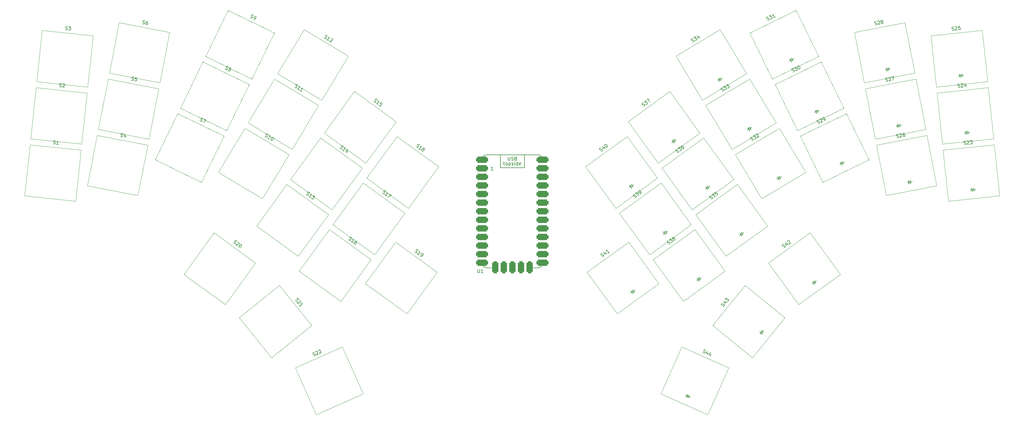
<source format=gto>
G04 #@! TF.GenerationSoftware,KiCad,Pcbnew,8.0.3*
G04 #@! TF.CreationDate,2024-06-16T15:20:09+01:00*
G04 #@! TF.ProjectId,ykb,796b622e-6b69-4636-9164-5f7063625858,v1.0.0*
G04 #@! TF.SameCoordinates,Original*
G04 #@! TF.FileFunction,Legend,Top*
G04 #@! TF.FilePolarity,Positive*
%FSLAX46Y46*%
G04 Gerber Fmt 4.6, Leading zero omitted, Abs format (unit mm)*
G04 Created by KiCad (PCBNEW 8.0.3) date 2024-06-16 15:20:09*
%MOMM*%
%LPD*%
G01*
G04 APERTURE LIST*
G04 Aperture macros list*
%AMRoundRect*
0 Rectangle with rounded corners*
0 $1 Rounding radius*
0 $2 $3 $4 $5 $6 $7 $8 $9 X,Y pos of 4 corners*
0 Add a 4 corners polygon primitive as box body*
4,1,4,$2,$3,$4,$5,$6,$7,$8,$9,$2,$3,0*
0 Add four circle primitives for the rounded corners*
1,1,$1+$1,$2,$3*
1,1,$1+$1,$4,$5*
1,1,$1+$1,$6,$7*
1,1,$1+$1,$8,$9*
0 Add four rect primitives between the rounded corners*
20,1,$1+$1,$2,$3,$4,$5,0*
20,1,$1+$1,$4,$5,$6,$7,0*
20,1,$1+$1,$6,$7,$8,$9,0*
20,1,$1+$1,$8,$9,$2,$3,0*%
G04 Aperture macros list end*
%ADD10C,0.150000*%
%ADD11C,0.120000*%
%ADD12RoundRect,0.475000X-1.325000X-0.475000X1.325000X-0.475000X1.325000X0.475000X-1.325000X0.475000X0*%
%ADD13RoundRect,0.475000X0.475000X-1.325000X0.475000X1.325000X-0.475000X1.325000X-0.475000X-1.325000X0*%
%ADD14RoundRect,0.475000X1.325000X0.475000X-1.325000X0.475000X-1.325000X-0.475000X1.325000X-0.475000X0*%
%ADD15C,1.900000*%
%ADD16C,3.150000*%
%ADD17C,5.150000*%
%ADD18C,2.000000*%
%ADD19C,1.700000*%
%ADD20RoundRect,0.250000X-0.391081X-0.263734X0.065692X-0.467102X0.391081X0.263734X-0.065692X0.467102X0*%
%ADD21RoundRect,0.250000X0.153528X-0.446015X0.468188X-0.057442X-0.153528X0.446015X-0.468188X0.057442X0*%
%ADD22RoundRect,0.250000X0.032860X-0.470553X0.437368X-0.176660X-0.032860X0.470553X-0.437368X0.176660X0*%
%ADD23RoundRect,0.250000X-0.008277X-0.471626X0.420307X-0.214107X0.008277X0.471626X-0.420307X0.214107X0*%
%ADD24RoundRect,0.250000X-0.049350X-0.469110X0.400047X-0.249925X0.049350X0.469110X-0.400047X0.249925X0*%
%ADD25RoundRect,0.250000X-0.169083X-0.440353X0.321730X-0.344949X0.169083X0.440353X-0.321730X0.344949X0*%
%ADD26RoundRect,0.250000X-0.206819X-0.423941X0.290442X-0.371677X0.206819X0.423941X-0.290442X0.371677X0*%
G04 APERTURE END LIST*
D10*
X214836779Y-180424819D02*
X214836779Y-181234342D01*
X214836779Y-181234342D02*
X214884398Y-181329580D01*
X214884398Y-181329580D02*
X214932017Y-181377200D01*
X214932017Y-181377200D02*
X215027255Y-181424819D01*
X215027255Y-181424819D02*
X215217731Y-181424819D01*
X215217731Y-181424819D02*
X215312969Y-181377200D01*
X215312969Y-181377200D02*
X215360588Y-181329580D01*
X215360588Y-181329580D02*
X215408207Y-181234342D01*
X215408207Y-181234342D02*
X215408207Y-180424819D01*
X216408207Y-181424819D02*
X215836779Y-181424819D01*
X216122493Y-181424819D02*
X216122493Y-180424819D01*
X216122493Y-180424819D02*
X216027255Y-180567676D01*
X216027255Y-180567676D02*
X215932017Y-180662914D01*
X215932017Y-180662914D02*
X215836779Y-180710533D01*
X219345714Y-151117319D02*
X218774286Y-151117319D01*
X219060000Y-151117319D02*
X219060000Y-150117319D01*
X219060000Y-150117319D02*
X218964762Y-150260176D01*
X218964762Y-150260176D02*
X218869524Y-150355414D01*
X218869524Y-150355414D02*
X218774286Y-150403033D01*
X223818095Y-147199819D02*
X223818095Y-148009342D01*
X223818095Y-148009342D02*
X223865714Y-148104580D01*
X223865714Y-148104580D02*
X223913333Y-148152200D01*
X223913333Y-148152200D02*
X224008571Y-148199819D01*
X224008571Y-148199819D02*
X224199047Y-148199819D01*
X224199047Y-148199819D02*
X224294285Y-148152200D01*
X224294285Y-148152200D02*
X224341904Y-148104580D01*
X224341904Y-148104580D02*
X224389523Y-148009342D01*
X224389523Y-148009342D02*
X224389523Y-147199819D01*
X224818095Y-148152200D02*
X224960952Y-148199819D01*
X224960952Y-148199819D02*
X225199047Y-148199819D01*
X225199047Y-148199819D02*
X225294285Y-148152200D01*
X225294285Y-148152200D02*
X225341904Y-148104580D01*
X225341904Y-148104580D02*
X225389523Y-148009342D01*
X225389523Y-148009342D02*
X225389523Y-147914104D01*
X225389523Y-147914104D02*
X225341904Y-147818866D01*
X225341904Y-147818866D02*
X225294285Y-147771247D01*
X225294285Y-147771247D02*
X225199047Y-147723628D01*
X225199047Y-147723628D02*
X225008571Y-147676009D01*
X225008571Y-147676009D02*
X224913333Y-147628390D01*
X224913333Y-147628390D02*
X224865714Y-147580771D01*
X224865714Y-147580771D02*
X224818095Y-147485533D01*
X224818095Y-147485533D02*
X224818095Y-147390295D01*
X224818095Y-147390295D02*
X224865714Y-147295057D01*
X224865714Y-147295057D02*
X224913333Y-147247438D01*
X224913333Y-147247438D02*
X225008571Y-147199819D01*
X225008571Y-147199819D02*
X225246666Y-147199819D01*
X225246666Y-147199819D02*
X225389523Y-147247438D01*
X226151428Y-147676009D02*
X226294285Y-147723628D01*
X226294285Y-147723628D02*
X226341904Y-147771247D01*
X226341904Y-147771247D02*
X226389523Y-147866485D01*
X226389523Y-147866485D02*
X226389523Y-148009342D01*
X226389523Y-148009342D02*
X226341904Y-148104580D01*
X226341904Y-148104580D02*
X226294285Y-148152200D01*
X226294285Y-148152200D02*
X226199047Y-148199819D01*
X226199047Y-148199819D02*
X225818095Y-148199819D01*
X225818095Y-148199819D02*
X225818095Y-147199819D01*
X225818095Y-147199819D02*
X226151428Y-147199819D01*
X226151428Y-147199819D02*
X226246666Y-147247438D01*
X226246666Y-147247438D02*
X226294285Y-147295057D01*
X226294285Y-147295057D02*
X226341904Y-147390295D01*
X226341904Y-147390295D02*
X226341904Y-147485533D01*
X226341904Y-147485533D02*
X226294285Y-147580771D01*
X226294285Y-147580771D02*
X226246666Y-147628390D01*
X226246666Y-147628390D02*
X226151428Y-147676009D01*
X226151428Y-147676009D02*
X225818095Y-147676009D01*
X222460952Y-148933152D02*
X222841904Y-148933152D01*
X222603809Y-148599819D02*
X222603809Y-149456961D01*
X222603809Y-149456961D02*
X222651428Y-149552200D01*
X222651428Y-149552200D02*
X222746666Y-149599819D01*
X222746666Y-149599819D02*
X222841904Y-149599819D01*
X223318095Y-149599819D02*
X223222857Y-149552200D01*
X223222857Y-149552200D02*
X223175238Y-149504580D01*
X223175238Y-149504580D02*
X223127619Y-149409342D01*
X223127619Y-149409342D02*
X223127619Y-149123628D01*
X223127619Y-149123628D02*
X223175238Y-149028390D01*
X223175238Y-149028390D02*
X223222857Y-148980771D01*
X223222857Y-148980771D02*
X223318095Y-148933152D01*
X223318095Y-148933152D02*
X223460952Y-148933152D01*
X223460952Y-148933152D02*
X223556190Y-148980771D01*
X223556190Y-148980771D02*
X223603809Y-149028390D01*
X223603809Y-149028390D02*
X223651428Y-149123628D01*
X223651428Y-149123628D02*
X223651428Y-149409342D01*
X223651428Y-149409342D02*
X223603809Y-149504580D01*
X223603809Y-149504580D02*
X223556190Y-149552200D01*
X223556190Y-149552200D02*
X223460952Y-149599819D01*
X223460952Y-149599819D02*
X223318095Y-149599819D01*
X224080000Y-148933152D02*
X224080000Y-149933152D01*
X224080000Y-148980771D02*
X224175238Y-148933152D01*
X224175238Y-148933152D02*
X224365714Y-148933152D01*
X224365714Y-148933152D02*
X224460952Y-148980771D01*
X224460952Y-148980771D02*
X224508571Y-149028390D01*
X224508571Y-149028390D02*
X224556190Y-149123628D01*
X224556190Y-149123628D02*
X224556190Y-149409342D01*
X224556190Y-149409342D02*
X224508571Y-149504580D01*
X224508571Y-149504580D02*
X224460952Y-149552200D01*
X224460952Y-149552200D02*
X224365714Y-149599819D01*
X224365714Y-149599819D02*
X224175238Y-149599819D01*
X224175238Y-149599819D02*
X224080000Y-149552200D01*
X224937143Y-149552200D02*
X225032381Y-149599819D01*
X225032381Y-149599819D02*
X225222857Y-149599819D01*
X225222857Y-149599819D02*
X225318095Y-149552200D01*
X225318095Y-149552200D02*
X225365714Y-149456961D01*
X225365714Y-149456961D02*
X225365714Y-149409342D01*
X225365714Y-149409342D02*
X225318095Y-149314104D01*
X225318095Y-149314104D02*
X225222857Y-149266485D01*
X225222857Y-149266485D02*
X225080000Y-149266485D01*
X225080000Y-149266485D02*
X224984762Y-149218866D01*
X224984762Y-149218866D02*
X224937143Y-149123628D01*
X224937143Y-149123628D02*
X224937143Y-149076009D01*
X224937143Y-149076009D02*
X224984762Y-148980771D01*
X224984762Y-148980771D02*
X225080000Y-148933152D01*
X225080000Y-148933152D02*
X225222857Y-148933152D01*
X225222857Y-148933152D02*
X225318095Y-148980771D01*
X225794286Y-149599819D02*
X225794286Y-148933152D01*
X225794286Y-148599819D02*
X225746667Y-148647438D01*
X225746667Y-148647438D02*
X225794286Y-148695057D01*
X225794286Y-148695057D02*
X225841905Y-148647438D01*
X225841905Y-148647438D02*
X225794286Y-148599819D01*
X225794286Y-148599819D02*
X225794286Y-148695057D01*
X226699047Y-149599819D02*
X226699047Y-148599819D01*
X226699047Y-149552200D02*
X226603809Y-149599819D01*
X226603809Y-149599819D02*
X226413333Y-149599819D01*
X226413333Y-149599819D02*
X226318095Y-149552200D01*
X226318095Y-149552200D02*
X226270476Y-149504580D01*
X226270476Y-149504580D02*
X226222857Y-149409342D01*
X226222857Y-149409342D02*
X226222857Y-149123628D01*
X226222857Y-149123628D02*
X226270476Y-149028390D01*
X226270476Y-149028390D02*
X226318095Y-148980771D01*
X226318095Y-148980771D02*
X226413333Y-148933152D01*
X226413333Y-148933152D02*
X226603809Y-148933152D01*
X226603809Y-148933152D02*
X226699047Y-148980771D01*
X227556190Y-149552200D02*
X227460952Y-149599819D01*
X227460952Y-149599819D02*
X227270476Y-149599819D01*
X227270476Y-149599819D02*
X227175238Y-149552200D01*
X227175238Y-149552200D02*
X227127619Y-149456961D01*
X227127619Y-149456961D02*
X227127619Y-149076009D01*
X227127619Y-149076009D02*
X227175238Y-148980771D01*
X227175238Y-148980771D02*
X227270476Y-148933152D01*
X227270476Y-148933152D02*
X227460952Y-148933152D01*
X227460952Y-148933152D02*
X227556190Y-148980771D01*
X227556190Y-148980771D02*
X227603809Y-149076009D01*
X227603809Y-149076009D02*
X227603809Y-149171247D01*
X227603809Y-149171247D02*
X227127619Y-149266485D01*
X281363950Y-205042001D02*
X281475089Y-205143608D01*
X281475089Y-205143608D02*
X281692599Y-205240450D01*
X281692599Y-205240450D02*
X281798972Y-205235685D01*
X281798972Y-205235685D02*
X281861843Y-205211551D01*
X281861843Y-205211551D02*
X281944082Y-205143915D01*
X281944082Y-205143915D02*
X281982818Y-205056911D01*
X281982818Y-205056911D02*
X281978053Y-204950538D01*
X281978053Y-204950538D02*
X281953919Y-204887667D01*
X281953919Y-204887667D02*
X281886283Y-204805428D01*
X281886283Y-204805428D02*
X281731643Y-204684453D01*
X281731643Y-204684453D02*
X281664007Y-204602214D01*
X281664007Y-204602214D02*
X281639874Y-204539343D01*
X281639874Y-204539343D02*
X281635108Y-204432970D01*
X281635108Y-204432970D02*
X281673845Y-204345966D01*
X281673845Y-204345966D02*
X281756084Y-204278330D01*
X281756084Y-204278330D02*
X281818955Y-204254196D01*
X281818955Y-204254196D02*
X281925327Y-204249431D01*
X281925327Y-204249431D02*
X282142838Y-204346273D01*
X282142838Y-204346273D02*
X282253976Y-204447880D01*
X282920805Y-205057525D02*
X282649647Y-205666555D01*
X282858241Y-204612666D02*
X282350204Y-205168356D01*
X282350204Y-205168356D02*
X282915732Y-205420145D01*
X283790848Y-205444893D02*
X283519690Y-206053923D01*
X283728285Y-205000034D02*
X283220248Y-205555724D01*
X283220248Y-205555724D02*
X283785776Y-205807514D01*
X287501635Y-191422351D02*
X287628545Y-191341298D01*
X287628545Y-191341298D02*
X287778383Y-191156263D01*
X287778383Y-191156263D02*
X287801311Y-191052282D01*
X287801311Y-191052282D02*
X287794272Y-190985307D01*
X287794272Y-190985307D02*
X287750226Y-190888365D01*
X287750226Y-190888365D02*
X287676212Y-190828430D01*
X287676212Y-190828430D02*
X287572230Y-190805501D01*
X287572230Y-190805501D02*
X287505256Y-190812541D01*
X287505256Y-190812541D02*
X287408314Y-190856587D01*
X287408314Y-190856587D02*
X287251436Y-190974647D01*
X287251436Y-190974647D02*
X287154494Y-191018693D01*
X287154494Y-191018693D02*
X287087519Y-191025733D01*
X287087519Y-191025733D02*
X286983538Y-191002804D01*
X286983538Y-191002804D02*
X286909524Y-190942869D01*
X286909524Y-190942869D02*
X286865478Y-190845927D01*
X286865478Y-190845927D02*
X286858438Y-190778952D01*
X286858438Y-190778952D02*
X286881367Y-190674971D01*
X286881367Y-190674971D02*
X287031205Y-190489936D01*
X287031205Y-190489936D02*
X287158115Y-190408883D01*
X287919574Y-189922563D02*
X288437671Y-190342110D01*
X287473680Y-189867857D02*
X287878946Y-190502406D01*
X287878946Y-190502406D02*
X288268525Y-190021316D01*
X287930234Y-189379727D02*
X288319813Y-188898637D01*
X288319813Y-188898637D02*
X288406095Y-189397427D01*
X288406095Y-189397427D02*
X288495998Y-189286406D01*
X288495998Y-189286406D02*
X288592941Y-189242360D01*
X288592941Y-189242360D02*
X288659915Y-189235320D01*
X288659915Y-189235320D02*
X288763897Y-189258249D01*
X288763897Y-189258249D02*
X288948931Y-189408087D01*
X288948931Y-189408087D02*
X288992978Y-189505029D01*
X288992978Y-189505029D02*
X289000017Y-189572004D01*
X289000017Y-189572004D02*
X288977089Y-189675985D01*
X288977089Y-189675985D02*
X288797283Y-189898027D01*
X288797283Y-189898027D02*
X288700341Y-189942073D01*
X288700341Y-189942073D02*
X288633366Y-189949112D01*
X305360514Y-174011814D02*
X305504078Y-173966369D01*
X305504078Y-173966369D02*
X305696701Y-173826421D01*
X305696701Y-173826421D02*
X305745760Y-173731916D01*
X305745760Y-173731916D02*
X305756295Y-173665402D01*
X305756295Y-173665402D02*
X305738840Y-173560363D01*
X305738840Y-173560363D02*
X305682860Y-173483314D01*
X305682860Y-173483314D02*
X305588356Y-173434254D01*
X305588356Y-173434254D02*
X305521842Y-173423719D01*
X305521842Y-173423719D02*
X305416803Y-173441174D01*
X305416803Y-173441174D02*
X305234715Y-173514609D01*
X305234715Y-173514609D02*
X305129676Y-173532064D01*
X305129676Y-173532064D02*
X305063161Y-173521529D01*
X305063161Y-173521529D02*
X304968657Y-173472469D01*
X304968657Y-173472469D02*
X304912678Y-173395420D01*
X304912678Y-173395420D02*
X304895223Y-173290381D01*
X304895223Y-173290381D02*
X304905757Y-173223867D01*
X304905757Y-173223867D02*
X304954817Y-173129363D01*
X304954817Y-173129363D02*
X305147440Y-172989414D01*
X305147440Y-172989414D02*
X305291004Y-172943969D01*
X306152385Y-172671301D02*
X306544242Y-173210645D01*
X305735844Y-172503053D02*
X305963068Y-173220871D01*
X305963068Y-173220871D02*
X306463888Y-172857004D01*
X306397683Y-172198780D02*
X306408218Y-172132266D01*
X306408218Y-172132266D02*
X306457277Y-172037761D01*
X306457277Y-172037761D02*
X306649900Y-171897813D01*
X306649900Y-171897813D02*
X306754939Y-171880358D01*
X306754939Y-171880358D02*
X306821454Y-171890892D01*
X306821454Y-171890892D02*
X306915958Y-171939952D01*
X306915958Y-171939952D02*
X306971937Y-172017001D01*
X306971937Y-172017001D02*
X307017382Y-172160565D01*
X307017382Y-172160565D02*
X306890964Y-172958737D01*
X306890964Y-172958737D02*
X307391784Y-172594870D01*
X251717947Y-176737727D02*
X251861511Y-176692282D01*
X251861511Y-176692282D02*
X252054134Y-176552334D01*
X252054134Y-176552334D02*
X252103193Y-176457829D01*
X252103193Y-176457829D02*
X252113728Y-176391315D01*
X252113728Y-176391315D02*
X252096273Y-176286276D01*
X252096273Y-176286276D02*
X252040293Y-176209227D01*
X252040293Y-176209227D02*
X251945789Y-176160167D01*
X251945789Y-176160167D02*
X251879275Y-176149632D01*
X251879275Y-176149632D02*
X251774236Y-176167087D01*
X251774236Y-176167087D02*
X251592148Y-176240522D01*
X251592148Y-176240522D02*
X251487109Y-176257977D01*
X251487109Y-176257977D02*
X251420594Y-176247442D01*
X251420594Y-176247442D02*
X251326090Y-176198382D01*
X251326090Y-176198382D02*
X251270111Y-176121333D01*
X251270111Y-176121333D02*
X251252656Y-176016294D01*
X251252656Y-176016294D02*
X251263190Y-175949780D01*
X251263190Y-175949780D02*
X251312250Y-175855276D01*
X251312250Y-175855276D02*
X251504873Y-175715327D01*
X251504873Y-175715327D02*
X251648437Y-175669882D01*
X252509818Y-175397214D02*
X252901675Y-175936558D01*
X252093277Y-175228966D02*
X252320501Y-175946784D01*
X252320501Y-175946784D02*
X252821321Y-175582917D01*
X253749217Y-175320783D02*
X253286922Y-175656661D01*
X253518069Y-175488722D02*
X252930284Y-174679705D01*
X252930284Y-174679705D02*
X252937204Y-174851258D01*
X252937204Y-174851258D02*
X252916134Y-174984287D01*
X252916134Y-174984287D02*
X252867075Y-175078791D01*
X251291729Y-145527659D02*
X251435293Y-145482214D01*
X251435293Y-145482214D02*
X251627916Y-145342266D01*
X251627916Y-145342266D02*
X251676975Y-145247761D01*
X251676975Y-145247761D02*
X251687510Y-145181247D01*
X251687510Y-145181247D02*
X251670055Y-145076208D01*
X251670055Y-145076208D02*
X251614075Y-144999159D01*
X251614075Y-144999159D02*
X251519571Y-144950099D01*
X251519571Y-144950099D02*
X251453057Y-144939564D01*
X251453057Y-144939564D02*
X251348018Y-144957019D01*
X251348018Y-144957019D02*
X251165930Y-145030454D01*
X251165930Y-145030454D02*
X251060891Y-145047909D01*
X251060891Y-145047909D02*
X250994376Y-145037374D01*
X250994376Y-145037374D02*
X250899872Y-144988314D01*
X250899872Y-144988314D02*
X250843893Y-144911265D01*
X250843893Y-144911265D02*
X250826438Y-144806226D01*
X250826438Y-144806226D02*
X250836972Y-144739712D01*
X250836972Y-144739712D02*
X250886032Y-144645208D01*
X250886032Y-144645208D02*
X251078655Y-144505259D01*
X251078655Y-144505259D02*
X251222219Y-144459814D01*
X252083600Y-144187146D02*
X252475457Y-144726490D01*
X251667059Y-144018898D02*
X251894283Y-144736716D01*
X251894283Y-144736716D02*
X252395103Y-144372849D01*
X252465541Y-143497627D02*
X252542591Y-143441647D01*
X252542591Y-143441647D02*
X252647630Y-143424192D01*
X252647630Y-143424192D02*
X252714144Y-143434727D01*
X252714144Y-143434727D02*
X252808648Y-143483787D01*
X252808648Y-143483787D02*
X252959132Y-143609895D01*
X252959132Y-143609895D02*
X253099081Y-143802518D01*
X253099081Y-143802518D02*
X253172515Y-143984607D01*
X253172515Y-143984607D02*
X253189970Y-144089646D01*
X253189970Y-144089646D02*
X253179435Y-144156160D01*
X253179435Y-144156160D02*
X253130376Y-144250664D01*
X253130376Y-144250664D02*
X253053327Y-144306644D01*
X253053327Y-144306644D02*
X252948288Y-144324099D01*
X252948288Y-144324099D02*
X252881773Y-144313564D01*
X252881773Y-144313564D02*
X252787269Y-144264504D01*
X252787269Y-144264504D02*
X252636785Y-144138396D01*
X252636785Y-144138396D02*
X252496836Y-143945773D01*
X252496836Y-143945773D02*
X252423402Y-143763684D01*
X252423402Y-143763684D02*
X252405947Y-143658645D01*
X252405947Y-143658645D02*
X252416482Y-143592131D01*
X252416482Y-143592131D02*
X252465541Y-143497627D01*
X261284078Y-159280948D02*
X261427642Y-159235503D01*
X261427642Y-159235503D02*
X261620265Y-159095555D01*
X261620265Y-159095555D02*
X261669324Y-159001050D01*
X261669324Y-159001050D02*
X261679859Y-158934536D01*
X261679859Y-158934536D02*
X261662404Y-158829497D01*
X261662404Y-158829497D02*
X261606424Y-158752448D01*
X261606424Y-158752448D02*
X261511920Y-158703388D01*
X261511920Y-158703388D02*
X261445406Y-158692853D01*
X261445406Y-158692853D02*
X261340367Y-158710308D01*
X261340367Y-158710308D02*
X261158279Y-158783743D01*
X261158279Y-158783743D02*
X261053240Y-158801198D01*
X261053240Y-158801198D02*
X260986725Y-158790663D01*
X260986725Y-158790663D02*
X260892221Y-158741603D01*
X260892221Y-158741603D02*
X260836242Y-158664554D01*
X260836242Y-158664554D02*
X260818787Y-158559515D01*
X260818787Y-158559515D02*
X260829321Y-158493001D01*
X260829321Y-158493001D02*
X260878381Y-158398497D01*
X260878381Y-158398497D02*
X261071004Y-158258548D01*
X261071004Y-158258548D02*
X261214568Y-158213103D01*
X261456250Y-157978650D02*
X261957070Y-157614783D01*
X261957070Y-157614783D02*
X261911316Y-158118908D01*
X261911316Y-158118908D02*
X262026890Y-158034939D01*
X262026890Y-158034939D02*
X262131929Y-158017484D01*
X262131929Y-158017484D02*
X262198443Y-158028019D01*
X262198443Y-158028019D02*
X262292948Y-158077078D01*
X262292948Y-158077078D02*
X262432896Y-158269701D01*
X262432896Y-158269701D02*
X262450351Y-158374740D01*
X262450351Y-158374740D02*
X262439817Y-158441255D01*
X262439817Y-158441255D02*
X262390757Y-158535759D01*
X262390757Y-158535759D02*
X262159609Y-158703698D01*
X262159609Y-158703698D02*
X262054570Y-158721153D01*
X262054570Y-158721153D02*
X261988056Y-158710618D01*
X262930102Y-158143902D02*
X263084200Y-158031943D01*
X263084200Y-158031943D02*
X263133260Y-157937439D01*
X263133260Y-157937439D02*
X263143795Y-157870924D01*
X263143795Y-157870924D02*
X263136874Y-157699371D01*
X263136874Y-157699371D02*
X263063440Y-157517283D01*
X263063440Y-157517283D02*
X262839522Y-157209086D01*
X262839522Y-157209086D02*
X262745018Y-157160026D01*
X262745018Y-157160026D02*
X262678503Y-157149492D01*
X262678503Y-157149492D02*
X262573464Y-157166947D01*
X262573464Y-157166947D02*
X262419366Y-157278906D01*
X262419366Y-157278906D02*
X262370306Y-157373410D01*
X262370306Y-157373410D02*
X262359771Y-157439924D01*
X262359771Y-157439924D02*
X262377226Y-157544963D01*
X262377226Y-157544963D02*
X262517175Y-157737586D01*
X262517175Y-157737586D02*
X262611679Y-157786646D01*
X262611679Y-157786646D02*
X262678194Y-157797181D01*
X262678194Y-157797181D02*
X262783233Y-157779726D01*
X262783233Y-157779726D02*
X262937331Y-157667767D01*
X262937331Y-157667767D02*
X262986391Y-157573262D01*
X262986391Y-157573262D02*
X262996926Y-157506748D01*
X262996926Y-157506748D02*
X262979471Y-157401709D01*
X271276427Y-173034237D02*
X271419991Y-172988792D01*
X271419991Y-172988792D02*
X271612614Y-172848844D01*
X271612614Y-172848844D02*
X271661673Y-172754339D01*
X271661673Y-172754339D02*
X271672208Y-172687825D01*
X271672208Y-172687825D02*
X271654753Y-172582786D01*
X271654753Y-172582786D02*
X271598773Y-172505737D01*
X271598773Y-172505737D02*
X271504269Y-172456677D01*
X271504269Y-172456677D02*
X271437755Y-172446142D01*
X271437755Y-172446142D02*
X271332716Y-172463597D01*
X271332716Y-172463597D02*
X271150628Y-172537032D01*
X271150628Y-172537032D02*
X271045589Y-172554487D01*
X271045589Y-172554487D02*
X270979074Y-172543952D01*
X270979074Y-172543952D02*
X270884570Y-172494892D01*
X270884570Y-172494892D02*
X270828591Y-172417843D01*
X270828591Y-172417843D02*
X270811136Y-172312804D01*
X270811136Y-172312804D02*
X270821670Y-172246290D01*
X270821670Y-172246290D02*
X270870730Y-172151786D01*
X270870730Y-172151786D02*
X271063353Y-172011837D01*
X271063353Y-172011837D02*
X271206917Y-171966392D01*
X271448599Y-171731939D02*
X271949419Y-171368072D01*
X271949419Y-171368072D02*
X271903665Y-171872197D01*
X271903665Y-171872197D02*
X272019239Y-171788228D01*
X272019239Y-171788228D02*
X272124278Y-171770773D01*
X272124278Y-171770773D02*
X272190792Y-171781308D01*
X272190792Y-171781308D02*
X272285297Y-171830367D01*
X272285297Y-171830367D02*
X272425245Y-172022990D01*
X272425245Y-172022990D02*
X272442700Y-172128029D01*
X272442700Y-172128029D02*
X272432166Y-172194544D01*
X272432166Y-172194544D02*
X272383106Y-172289048D01*
X272383106Y-172289048D02*
X272151958Y-172456987D01*
X272151958Y-172456987D02*
X272046919Y-172474442D01*
X272046919Y-172474442D02*
X271980405Y-172463907D01*
X272663623Y-171378916D02*
X272558584Y-171396371D01*
X272558584Y-171396371D02*
X272492069Y-171385836D01*
X272492069Y-171385836D02*
X272397565Y-171336777D01*
X272397565Y-171336777D02*
X272369575Y-171298252D01*
X272369575Y-171298252D02*
X272352120Y-171193213D01*
X272352120Y-171193213D02*
X272362655Y-171126699D01*
X272362655Y-171126699D02*
X272411715Y-171032195D01*
X272411715Y-171032195D02*
X272565813Y-170920236D01*
X272565813Y-170920236D02*
X272670852Y-170902781D01*
X272670852Y-170902781D02*
X272737367Y-170913315D01*
X272737367Y-170913315D02*
X272831871Y-170962375D01*
X272831871Y-170962375D02*
X272859861Y-171000900D01*
X272859861Y-171000900D02*
X272877315Y-171105939D01*
X272877315Y-171105939D02*
X272866781Y-171172453D01*
X272866781Y-171172453D02*
X272817721Y-171266957D01*
X272817721Y-171266957D02*
X272663623Y-171378916D01*
X272663623Y-171378916D02*
X272614563Y-171473420D01*
X272614563Y-171473420D02*
X272604028Y-171539935D01*
X272604028Y-171539935D02*
X272621483Y-171644974D01*
X272621483Y-171644974D02*
X272733442Y-171799072D01*
X272733442Y-171799072D02*
X272827947Y-171848132D01*
X272827947Y-171848132D02*
X272894461Y-171858667D01*
X272894461Y-171858667D02*
X272999500Y-171841212D01*
X272999500Y-171841212D02*
X273153598Y-171729253D01*
X273153598Y-171729253D02*
X273202658Y-171634748D01*
X273202658Y-171634748D02*
X273213193Y-171568234D01*
X273213193Y-171568234D02*
X273195738Y-171463195D01*
X273195738Y-171463195D02*
X273083779Y-171309096D01*
X273083779Y-171309096D02*
X272989275Y-171260037D01*
X272989275Y-171260037D02*
X272922760Y-171249502D01*
X272922760Y-171249502D02*
X272817721Y-171266957D01*
X263855565Y-132196867D02*
X263999129Y-132151422D01*
X263999129Y-132151422D02*
X264191752Y-132011474D01*
X264191752Y-132011474D02*
X264240811Y-131916969D01*
X264240811Y-131916969D02*
X264251346Y-131850455D01*
X264251346Y-131850455D02*
X264233891Y-131745416D01*
X264233891Y-131745416D02*
X264177911Y-131668367D01*
X264177911Y-131668367D02*
X264083407Y-131619307D01*
X264083407Y-131619307D02*
X264016893Y-131608772D01*
X264016893Y-131608772D02*
X263911854Y-131626227D01*
X263911854Y-131626227D02*
X263729766Y-131699662D01*
X263729766Y-131699662D02*
X263624727Y-131717117D01*
X263624727Y-131717117D02*
X263558212Y-131706582D01*
X263558212Y-131706582D02*
X263463708Y-131657522D01*
X263463708Y-131657522D02*
X263407729Y-131580473D01*
X263407729Y-131580473D02*
X263390274Y-131475434D01*
X263390274Y-131475434D02*
X263400808Y-131408920D01*
X263400808Y-131408920D02*
X263449868Y-131314416D01*
X263449868Y-131314416D02*
X263642491Y-131174467D01*
X263642491Y-131174467D02*
X263786055Y-131129022D01*
X264027737Y-130894569D02*
X264528557Y-130530702D01*
X264528557Y-130530702D02*
X264482803Y-131034827D01*
X264482803Y-131034827D02*
X264598377Y-130950858D01*
X264598377Y-130950858D02*
X264703416Y-130933403D01*
X264703416Y-130933403D02*
X264769930Y-130943938D01*
X264769930Y-130943938D02*
X264864435Y-130992997D01*
X264864435Y-130992997D02*
X265004383Y-131185620D01*
X265004383Y-131185620D02*
X265021838Y-131290659D01*
X265021838Y-131290659D02*
X265011304Y-131357174D01*
X265011304Y-131357174D02*
X264962244Y-131451678D01*
X264962244Y-131451678D02*
X264731096Y-131619617D01*
X264731096Y-131619617D02*
X264626057Y-131637072D01*
X264626057Y-131637072D02*
X264559543Y-131626537D01*
X264798230Y-130334773D02*
X265337574Y-129942917D01*
X265337574Y-129942917D02*
X265578638Y-131003842D01*
X273847914Y-145950156D02*
X273991478Y-145904711D01*
X273991478Y-145904711D02*
X274184101Y-145764763D01*
X274184101Y-145764763D02*
X274233160Y-145670258D01*
X274233160Y-145670258D02*
X274243695Y-145603744D01*
X274243695Y-145603744D02*
X274226240Y-145498705D01*
X274226240Y-145498705D02*
X274170260Y-145421656D01*
X274170260Y-145421656D02*
X274075756Y-145372596D01*
X274075756Y-145372596D02*
X274009242Y-145362061D01*
X274009242Y-145362061D02*
X273904203Y-145379516D01*
X273904203Y-145379516D02*
X273722115Y-145452951D01*
X273722115Y-145452951D02*
X273617076Y-145470406D01*
X273617076Y-145470406D02*
X273550561Y-145459871D01*
X273550561Y-145459871D02*
X273456057Y-145410811D01*
X273456057Y-145410811D02*
X273400078Y-145333762D01*
X273400078Y-145333762D02*
X273382623Y-145228723D01*
X273382623Y-145228723D02*
X273393157Y-145162209D01*
X273393157Y-145162209D02*
X273442217Y-145067705D01*
X273442217Y-145067705D02*
X273634840Y-144927756D01*
X273634840Y-144927756D02*
X273778404Y-144882311D01*
X274020086Y-144647858D02*
X274520906Y-144283991D01*
X274520906Y-144283991D02*
X274475152Y-144788116D01*
X274475152Y-144788116D02*
X274590726Y-144704147D01*
X274590726Y-144704147D02*
X274695765Y-144686692D01*
X274695765Y-144686692D02*
X274762279Y-144697227D01*
X274762279Y-144697227D02*
X274856784Y-144746286D01*
X274856784Y-144746286D02*
X274996732Y-144938909D01*
X274996732Y-144938909D02*
X275014187Y-145043948D01*
X275014187Y-145043948D02*
X275003653Y-145110463D01*
X275003653Y-145110463D02*
X274954593Y-145204967D01*
X274954593Y-145204967D02*
X274723445Y-145372906D01*
X274723445Y-145372906D02*
X274618406Y-145390361D01*
X274618406Y-145390361D02*
X274551892Y-145379826D01*
X275214349Y-143780175D02*
X275060251Y-143892134D01*
X275060251Y-143892134D02*
X275011192Y-143986638D01*
X275011192Y-143986638D02*
X275000657Y-144053153D01*
X275000657Y-144053153D02*
X275007577Y-144224706D01*
X275007577Y-144224706D02*
X275081011Y-144406794D01*
X275081011Y-144406794D02*
X275304929Y-144714991D01*
X275304929Y-144714991D02*
X275399434Y-144764051D01*
X275399434Y-144764051D02*
X275465948Y-144774586D01*
X275465948Y-144774586D02*
X275570987Y-144757131D01*
X275570987Y-144757131D02*
X275725085Y-144645172D01*
X275725085Y-144645172D02*
X275774145Y-144550667D01*
X275774145Y-144550667D02*
X275784680Y-144484153D01*
X275784680Y-144484153D02*
X275767225Y-144379114D01*
X275767225Y-144379114D02*
X275627276Y-144186491D01*
X275627276Y-144186491D02*
X275532772Y-144137431D01*
X275532772Y-144137431D02*
X275466257Y-144126897D01*
X275466257Y-144126897D02*
X275361218Y-144144351D01*
X275361218Y-144144351D02*
X275207120Y-144256311D01*
X275207120Y-144256311D02*
X275158060Y-144350815D01*
X275158060Y-144350815D02*
X275147526Y-144417329D01*
X275147526Y-144417329D02*
X275164981Y-144522368D01*
X283840263Y-159703445D02*
X283983827Y-159658000D01*
X283983827Y-159658000D02*
X284176450Y-159518052D01*
X284176450Y-159518052D02*
X284225509Y-159423547D01*
X284225509Y-159423547D02*
X284236044Y-159357033D01*
X284236044Y-159357033D02*
X284218589Y-159251994D01*
X284218589Y-159251994D02*
X284162609Y-159174945D01*
X284162609Y-159174945D02*
X284068105Y-159125885D01*
X284068105Y-159125885D02*
X284001591Y-159115350D01*
X284001591Y-159115350D02*
X283896552Y-159132805D01*
X283896552Y-159132805D02*
X283714464Y-159206240D01*
X283714464Y-159206240D02*
X283609425Y-159223695D01*
X283609425Y-159223695D02*
X283542910Y-159213160D01*
X283542910Y-159213160D02*
X283448406Y-159164100D01*
X283448406Y-159164100D02*
X283392427Y-159087051D01*
X283392427Y-159087051D02*
X283374972Y-158982012D01*
X283374972Y-158982012D02*
X283385506Y-158915498D01*
X283385506Y-158915498D02*
X283434566Y-158820994D01*
X283434566Y-158820994D02*
X283627189Y-158681045D01*
X283627189Y-158681045D02*
X283770753Y-158635600D01*
X284012435Y-158401147D02*
X284513255Y-158037280D01*
X284513255Y-158037280D02*
X284467501Y-158541405D01*
X284467501Y-158541405D02*
X284583075Y-158457436D01*
X284583075Y-158457436D02*
X284688114Y-158439981D01*
X284688114Y-158439981D02*
X284754628Y-158450516D01*
X284754628Y-158450516D02*
X284849133Y-158499575D01*
X284849133Y-158499575D02*
X284989081Y-158692198D01*
X284989081Y-158692198D02*
X285006536Y-158797237D01*
X285006536Y-158797237D02*
X284996002Y-158863752D01*
X284996002Y-158863752D02*
X284946942Y-158958256D01*
X284946942Y-158958256D02*
X284715794Y-159126195D01*
X284715794Y-159126195D02*
X284610755Y-159143650D01*
X284610755Y-159143650D02*
X284544241Y-159133115D01*
X285245223Y-157505474D02*
X284859977Y-157785372D01*
X284859977Y-157785372D02*
X285101350Y-158198608D01*
X285101350Y-158198608D02*
X285111885Y-158132093D01*
X285111885Y-158132093D02*
X285160944Y-158037589D01*
X285160944Y-158037589D02*
X285353567Y-157897640D01*
X285353567Y-157897640D02*
X285458606Y-157880186D01*
X285458606Y-157880186D02*
X285525121Y-157890720D01*
X285525121Y-157890720D02*
X285619625Y-157939780D01*
X285619625Y-157939780D02*
X285759574Y-158132403D01*
X285759574Y-158132403D02*
X285777029Y-158237442D01*
X285777029Y-158237442D02*
X285766494Y-158303956D01*
X285766494Y-158303956D02*
X285717434Y-158398461D01*
X285717434Y-158398461D02*
X285524811Y-158538409D01*
X285524811Y-158538409D02*
X285419772Y-158555864D01*
X285419772Y-158555864D02*
X285353258Y-158545329D01*
X278382127Y-113210433D02*
X278529105Y-113177674D01*
X278529105Y-113177674D02*
X278733192Y-113055046D01*
X278733192Y-113055046D02*
X278790302Y-112965177D01*
X278790302Y-112965177D02*
X278806593Y-112899834D01*
X278806593Y-112899834D02*
X278798360Y-112793673D01*
X278798360Y-112793673D02*
X278749308Y-112712038D01*
X278749308Y-112712038D02*
X278659440Y-112654929D01*
X278659440Y-112654929D02*
X278594097Y-112638637D01*
X278594097Y-112638637D02*
X278487936Y-112646871D01*
X278487936Y-112646871D02*
X278300140Y-112704156D01*
X278300140Y-112704156D02*
X278193980Y-112712389D01*
X278193980Y-112712389D02*
X278128637Y-112696097D01*
X278128637Y-112696097D02*
X278038768Y-112638988D01*
X278038768Y-112638988D02*
X277989717Y-112557353D01*
X277989717Y-112557353D02*
X277981483Y-112451193D01*
X277981483Y-112451193D02*
X277997775Y-112385849D01*
X277997775Y-112385849D02*
X278054884Y-112295981D01*
X278054884Y-112295981D02*
X278258972Y-112173353D01*
X278258972Y-112173353D02*
X278405950Y-112140593D01*
X278667147Y-111928096D02*
X279197774Y-111609263D01*
X279197774Y-111609263D02*
X279108256Y-112107483D01*
X279108256Y-112107483D02*
X279230709Y-112033906D01*
X279230709Y-112033906D02*
X279336870Y-112025672D01*
X279336870Y-112025672D02*
X279402213Y-112041964D01*
X279402213Y-112041964D02*
X279492081Y-112099073D01*
X279492081Y-112099073D02*
X279614709Y-112303161D01*
X279614709Y-112303161D02*
X279622943Y-112409321D01*
X279622943Y-112409321D02*
X279606651Y-112474664D01*
X279606651Y-112474664D02*
X279549542Y-112564533D01*
X279549542Y-112564533D02*
X279304637Y-112711687D01*
X279304637Y-112711687D02*
X279198476Y-112719921D01*
X279198476Y-112719921D02*
X279133133Y-112703629D01*
X280104168Y-111453524D02*
X280447527Y-112024969D01*
X279703876Y-111249613D02*
X279867673Y-111984503D01*
X279867673Y-111984503D02*
X280398300Y-111665670D01*
X287137774Y-127782277D02*
X287284752Y-127749518D01*
X287284752Y-127749518D02*
X287488839Y-127626890D01*
X287488839Y-127626890D02*
X287545949Y-127537021D01*
X287545949Y-127537021D02*
X287562240Y-127471678D01*
X287562240Y-127471678D02*
X287554007Y-127365517D01*
X287554007Y-127365517D02*
X287504955Y-127283882D01*
X287504955Y-127283882D02*
X287415087Y-127226773D01*
X287415087Y-127226773D02*
X287349744Y-127210481D01*
X287349744Y-127210481D02*
X287243583Y-127218715D01*
X287243583Y-127218715D02*
X287055787Y-127276000D01*
X287055787Y-127276000D02*
X286949627Y-127284233D01*
X286949627Y-127284233D02*
X286884284Y-127267941D01*
X286884284Y-127267941D02*
X286794415Y-127210832D01*
X286794415Y-127210832D02*
X286745364Y-127129197D01*
X286745364Y-127129197D02*
X286737130Y-127023037D01*
X286737130Y-127023037D02*
X286753422Y-126957693D01*
X286753422Y-126957693D02*
X286810531Y-126867825D01*
X286810531Y-126867825D02*
X287014619Y-126745197D01*
X287014619Y-126745197D02*
X287161597Y-126712437D01*
X287422794Y-126499940D02*
X287953421Y-126181107D01*
X287953421Y-126181107D02*
X287863903Y-126679327D01*
X287863903Y-126679327D02*
X287986356Y-126605750D01*
X287986356Y-126605750D02*
X288092517Y-126597516D01*
X288092517Y-126597516D02*
X288157860Y-126613808D01*
X288157860Y-126613808D02*
X288247728Y-126670917D01*
X288247728Y-126670917D02*
X288370356Y-126875005D01*
X288370356Y-126875005D02*
X288378590Y-126981165D01*
X288378590Y-126981165D02*
X288362298Y-127046508D01*
X288362298Y-127046508D02*
X288305189Y-127136377D01*
X288305189Y-127136377D02*
X288060284Y-127283531D01*
X288060284Y-127283531D02*
X287954123Y-127291765D01*
X287954123Y-127291765D02*
X287888780Y-127275473D01*
X288239143Y-126009428D02*
X288769771Y-125690595D01*
X288769771Y-125690595D02*
X288680253Y-126188814D01*
X288680253Y-126188814D02*
X288802706Y-126115237D01*
X288802706Y-126115237D02*
X288908866Y-126107003D01*
X288908866Y-126107003D02*
X288974209Y-126123295D01*
X288974209Y-126123295D02*
X289064078Y-126180405D01*
X289064078Y-126180405D02*
X289186706Y-126384492D01*
X289186706Y-126384492D02*
X289194940Y-126490653D01*
X289194940Y-126490653D02*
X289178648Y-126555996D01*
X289178648Y-126555996D02*
X289121539Y-126645865D01*
X289121539Y-126645865D02*
X288876634Y-126793018D01*
X288876634Y-126793018D02*
X288770473Y-126801252D01*
X288770473Y-126801252D02*
X288705130Y-126784960D01*
X295893421Y-142354121D02*
X296040399Y-142321362D01*
X296040399Y-142321362D02*
X296244486Y-142198734D01*
X296244486Y-142198734D02*
X296301596Y-142108865D01*
X296301596Y-142108865D02*
X296317887Y-142043522D01*
X296317887Y-142043522D02*
X296309654Y-141937361D01*
X296309654Y-141937361D02*
X296260602Y-141855726D01*
X296260602Y-141855726D02*
X296170734Y-141798617D01*
X296170734Y-141798617D02*
X296105391Y-141782325D01*
X296105391Y-141782325D02*
X295999230Y-141790559D01*
X295999230Y-141790559D02*
X295811434Y-141847844D01*
X295811434Y-141847844D02*
X295705274Y-141856077D01*
X295705274Y-141856077D02*
X295639931Y-141839785D01*
X295639931Y-141839785D02*
X295550062Y-141782676D01*
X295550062Y-141782676D02*
X295501011Y-141701041D01*
X295501011Y-141701041D02*
X295492777Y-141594881D01*
X295492777Y-141594881D02*
X295509069Y-141529537D01*
X295509069Y-141529537D02*
X295566178Y-141439669D01*
X295566178Y-141439669D02*
X295770266Y-141317041D01*
X295770266Y-141317041D02*
X295917244Y-141284281D01*
X296178441Y-141071784D02*
X296709068Y-140752951D01*
X296709068Y-140752951D02*
X296619550Y-141251171D01*
X296619550Y-141251171D02*
X296742003Y-141177594D01*
X296742003Y-141177594D02*
X296848164Y-141169360D01*
X296848164Y-141169360D02*
X296913507Y-141185652D01*
X296913507Y-141185652D02*
X297003375Y-141242761D01*
X297003375Y-141242761D02*
X297126003Y-141446849D01*
X297126003Y-141446849D02*
X297134237Y-141553009D01*
X297134237Y-141553009D02*
X297117945Y-141618352D01*
X297117945Y-141618352D02*
X297060836Y-141708221D01*
X297060836Y-141708221D02*
X296815931Y-141855375D01*
X296815931Y-141855375D02*
X296709770Y-141863609D01*
X296709770Y-141863609D02*
X296644427Y-141847317D01*
X297084659Y-140638381D02*
X297100951Y-140573038D01*
X297100951Y-140573038D02*
X297158060Y-140483169D01*
X297158060Y-140483169D02*
X297362148Y-140360541D01*
X297362148Y-140360541D02*
X297468308Y-140352307D01*
X297468308Y-140352307D02*
X297533652Y-140368599D01*
X297533652Y-140368599D02*
X297623520Y-140425709D01*
X297623520Y-140425709D02*
X297672571Y-140507344D01*
X297672571Y-140507344D02*
X297705331Y-140654322D01*
X297705331Y-140654322D02*
X297509828Y-141438439D01*
X297509828Y-141438439D02*
X298040456Y-141119606D01*
X300557422Y-106772186D02*
X300706696Y-106752362D01*
X300706696Y-106752362D02*
X300920695Y-106647988D01*
X300920695Y-106647988D02*
X300985419Y-106563438D01*
X300985419Y-106563438D02*
X301007344Y-106499764D01*
X301007344Y-106499764D02*
X301008394Y-106393290D01*
X301008394Y-106393290D02*
X300966645Y-106307690D01*
X300966645Y-106307690D02*
X300882095Y-106242965D01*
X300882095Y-106242965D02*
X300818421Y-106221041D01*
X300818421Y-106221041D02*
X300711946Y-106219990D01*
X300711946Y-106219990D02*
X300519873Y-106260690D01*
X300519873Y-106260690D02*
X300413398Y-106259640D01*
X300413398Y-106259640D02*
X300349724Y-106237715D01*
X300349724Y-106237715D02*
X300265175Y-106172990D01*
X300265175Y-106172990D02*
X300223425Y-106087391D01*
X300223425Y-106087391D02*
X300224475Y-105980917D01*
X300224475Y-105980917D02*
X300246400Y-105917242D01*
X300246400Y-105917242D02*
X300311125Y-105832693D01*
X300311125Y-105832693D02*
X300525123Y-105728319D01*
X300525123Y-105728319D02*
X300674397Y-105708494D01*
X300953120Y-105519571D02*
X301509517Y-105248198D01*
X301509517Y-105248198D02*
X301376917Y-105736719D01*
X301376917Y-105736719D02*
X301505316Y-105674095D01*
X301505316Y-105674095D02*
X301611791Y-105675145D01*
X301611791Y-105675145D02*
X301675465Y-105697070D01*
X301675465Y-105697070D02*
X301760014Y-105761795D01*
X301760014Y-105761795D02*
X301864389Y-105975793D01*
X301864389Y-105975793D02*
X301863338Y-106082267D01*
X301863338Y-106082267D02*
X301841414Y-106145942D01*
X301841414Y-106145942D02*
X301776689Y-106230491D01*
X301776689Y-106230491D02*
X301519891Y-106355740D01*
X301519891Y-106355740D02*
X301413416Y-106354690D01*
X301413416Y-106354690D02*
X301349742Y-106332765D01*
X302803882Y-105729496D02*
X302290286Y-105979993D01*
X302547084Y-105854745D02*
X302108713Y-104955951D01*
X302108713Y-104955951D02*
X302085738Y-105126099D01*
X302085738Y-105126099D02*
X302041888Y-105253448D01*
X302041888Y-105253448D02*
X301977163Y-105337998D01*
X308009731Y-122051685D02*
X308159005Y-122031861D01*
X308159005Y-122031861D02*
X308373004Y-121927487D01*
X308373004Y-121927487D02*
X308437728Y-121842937D01*
X308437728Y-121842937D02*
X308459653Y-121779263D01*
X308459653Y-121779263D02*
X308460703Y-121672789D01*
X308460703Y-121672789D02*
X308418954Y-121587189D01*
X308418954Y-121587189D02*
X308334404Y-121522464D01*
X308334404Y-121522464D02*
X308270730Y-121500540D01*
X308270730Y-121500540D02*
X308164255Y-121499489D01*
X308164255Y-121499489D02*
X307972182Y-121540189D01*
X307972182Y-121540189D02*
X307865707Y-121539139D01*
X307865707Y-121539139D02*
X307802033Y-121517214D01*
X307802033Y-121517214D02*
X307717484Y-121452489D01*
X307717484Y-121452489D02*
X307675734Y-121366890D01*
X307675734Y-121366890D02*
X307676784Y-121260416D01*
X307676784Y-121260416D02*
X307698709Y-121196741D01*
X307698709Y-121196741D02*
X307763434Y-121112192D01*
X307763434Y-121112192D02*
X307977432Y-121007818D01*
X307977432Y-121007818D02*
X308126706Y-120987993D01*
X308405429Y-120799070D02*
X308961826Y-120527697D01*
X308961826Y-120527697D02*
X308829226Y-121016218D01*
X308829226Y-121016218D02*
X308957625Y-120953594D01*
X308957625Y-120953594D02*
X309064100Y-120954644D01*
X309064100Y-120954644D02*
X309127774Y-120976569D01*
X309127774Y-120976569D02*
X309212323Y-121041294D01*
X309212323Y-121041294D02*
X309316698Y-121255292D01*
X309316698Y-121255292D02*
X309315647Y-121361766D01*
X309315647Y-121361766D02*
X309293723Y-121425441D01*
X309293723Y-121425441D02*
X309228998Y-121509990D01*
X309228998Y-121509990D02*
X308972200Y-121635239D01*
X308972200Y-121635239D02*
X308865725Y-121634189D01*
X308865725Y-121634189D02*
X308802051Y-121612264D01*
X309518222Y-120256324D02*
X309603821Y-120214575D01*
X309603821Y-120214575D02*
X309710296Y-120215625D01*
X309710296Y-120215625D02*
X309773970Y-120237550D01*
X309773970Y-120237550D02*
X309858520Y-120302274D01*
X309858520Y-120302274D02*
X309984819Y-120452598D01*
X309984819Y-120452598D02*
X310089193Y-120666597D01*
X310089193Y-120666597D02*
X310129892Y-120858671D01*
X310129892Y-120858671D02*
X310128842Y-120965145D01*
X310128842Y-120965145D02*
X310106917Y-121028819D01*
X310106917Y-121028819D02*
X310042193Y-121113369D01*
X310042193Y-121113369D02*
X309956593Y-121155118D01*
X309956593Y-121155118D02*
X309850119Y-121154068D01*
X309850119Y-121154068D02*
X309786444Y-121132143D01*
X309786444Y-121132143D02*
X309701895Y-121067419D01*
X309701895Y-121067419D02*
X309575596Y-120917095D01*
X309575596Y-120917095D02*
X309471222Y-120703096D01*
X309471222Y-120703096D02*
X309430522Y-120511022D01*
X309430522Y-120511022D02*
X309431572Y-120404548D01*
X309431572Y-120404548D02*
X309453497Y-120340874D01*
X309453497Y-120340874D02*
X309518222Y-120256324D01*
X315462041Y-137331184D02*
X315611315Y-137311360D01*
X315611315Y-137311360D02*
X315825314Y-137206986D01*
X315825314Y-137206986D02*
X315890038Y-137122436D01*
X315890038Y-137122436D02*
X315911963Y-137058762D01*
X315911963Y-137058762D02*
X315913013Y-136952288D01*
X315913013Y-136952288D02*
X315871264Y-136866688D01*
X315871264Y-136866688D02*
X315786714Y-136801963D01*
X315786714Y-136801963D02*
X315723040Y-136780039D01*
X315723040Y-136780039D02*
X315616565Y-136778988D01*
X315616565Y-136778988D02*
X315424492Y-136819688D01*
X315424492Y-136819688D02*
X315318017Y-136818638D01*
X315318017Y-136818638D02*
X315254343Y-136796713D01*
X315254343Y-136796713D02*
X315169794Y-136731988D01*
X315169794Y-136731988D02*
X315128044Y-136646389D01*
X315128044Y-136646389D02*
X315129094Y-136539915D01*
X315129094Y-136539915D02*
X315151019Y-136476240D01*
X315151019Y-136476240D02*
X315215744Y-136391691D01*
X315215744Y-136391691D02*
X315429742Y-136287317D01*
X315429742Y-136287317D02*
X315579016Y-136267492D01*
X315942289Y-136143293D02*
X315964214Y-136079619D01*
X315964214Y-136079619D02*
X316028938Y-135995069D01*
X316028938Y-135995069D02*
X316242937Y-135890695D01*
X316242937Y-135890695D02*
X316349411Y-135891745D01*
X316349411Y-135891745D02*
X316413086Y-135913670D01*
X316413086Y-135913670D02*
X316497635Y-135978395D01*
X316497635Y-135978395D02*
X316539385Y-136063994D01*
X316539385Y-136063994D02*
X316559209Y-136213268D01*
X316559209Y-136213268D02*
X316296110Y-136977363D01*
X316296110Y-136977363D02*
X316852507Y-136705990D01*
X317280504Y-136497242D02*
X317451703Y-136413743D01*
X317451703Y-136413743D02*
X317516427Y-136329193D01*
X317516427Y-136329193D02*
X317538352Y-136265519D01*
X317538352Y-136265519D02*
X317561327Y-136095370D01*
X317561327Y-136095370D02*
X317520628Y-135903296D01*
X317520628Y-135903296D02*
X317353629Y-135560899D01*
X317353629Y-135560899D02*
X317269080Y-135496174D01*
X317269080Y-135496174D02*
X317205405Y-135474249D01*
X317205405Y-135474249D02*
X317098931Y-135473199D01*
X317098931Y-135473199D02*
X316927732Y-135556698D01*
X316927732Y-135556698D02*
X316863008Y-135641248D01*
X316863008Y-135641248D02*
X316841083Y-135704922D01*
X316841083Y-135704922D02*
X316840033Y-135811396D01*
X316840033Y-135811396D02*
X316944407Y-136025395D01*
X316944407Y-136025395D02*
X317028956Y-136090120D01*
X317028956Y-136090120D02*
X317092631Y-136112044D01*
X317092631Y-136112044D02*
X317199105Y-136113094D01*
X317199105Y-136113094D02*
X317370304Y-136029595D01*
X317370304Y-136029595D02*
X317435028Y-135945046D01*
X317435028Y-135945046D02*
X317456953Y-135881371D01*
X317456953Y-135881371D02*
X317458003Y-135774897D01*
X332273272Y-108116854D02*
X332422591Y-108136339D01*
X332422591Y-108136339D02*
X332656312Y-108090909D01*
X332656312Y-108090909D02*
X332740714Y-108025992D01*
X332740714Y-108025992D02*
X332778372Y-107970162D01*
X332778372Y-107970162D02*
X332806944Y-107867588D01*
X332806944Y-107867588D02*
X332788772Y-107774099D01*
X332788772Y-107774099D02*
X332723855Y-107689697D01*
X332723855Y-107689697D02*
X332668025Y-107652039D01*
X332668025Y-107652039D02*
X332565450Y-107623467D01*
X332565450Y-107623467D02*
X332369388Y-107613068D01*
X332369388Y-107613068D02*
X332266813Y-107584496D01*
X332266813Y-107584496D02*
X332210983Y-107546838D01*
X332210983Y-107546838D02*
X332146066Y-107462436D01*
X332146066Y-107462436D02*
X332127894Y-107368947D01*
X332127894Y-107368947D02*
X332156466Y-107266373D01*
X332156466Y-107266373D02*
X332194124Y-107210543D01*
X332194124Y-107210543D02*
X332278526Y-107145626D01*
X332278526Y-107145626D02*
X332512247Y-107100195D01*
X332512247Y-107100195D02*
X332661566Y-107119681D01*
X333044605Y-107093736D02*
X333082263Y-107037906D01*
X333082263Y-107037906D02*
X333166665Y-106972989D01*
X333166665Y-106972989D02*
X333400386Y-106927559D01*
X333400386Y-106927559D02*
X333502960Y-106956131D01*
X333502960Y-106956131D02*
X333558791Y-106993789D01*
X333558791Y-106993789D02*
X333623707Y-107078191D01*
X333623707Y-107078191D02*
X333641879Y-107171679D01*
X333641879Y-107171679D02*
X333622394Y-107320998D01*
X333622394Y-107320998D02*
X333170497Y-107990961D01*
X333170497Y-107990961D02*
X333778171Y-107872841D01*
X334230068Y-107202878D02*
X334127493Y-107174306D01*
X334127493Y-107174306D02*
X334071663Y-107136648D01*
X334071663Y-107136648D02*
X334006746Y-107052246D01*
X334006746Y-107052246D02*
X333997660Y-107005502D01*
X333997660Y-107005502D02*
X334026232Y-106902927D01*
X334026232Y-106902927D02*
X334063890Y-106847097D01*
X334063890Y-106847097D02*
X334148292Y-106782180D01*
X334148292Y-106782180D02*
X334335269Y-106745836D01*
X334335269Y-106745836D02*
X334437843Y-106774408D01*
X334437843Y-106774408D02*
X334493674Y-106812066D01*
X334493674Y-106812066D02*
X334558590Y-106896468D01*
X334558590Y-106896468D02*
X334567676Y-106943212D01*
X334567676Y-106943212D02*
X334539104Y-107045786D01*
X334539104Y-107045786D02*
X334501446Y-107101617D01*
X334501446Y-107101617D02*
X334417044Y-107166533D01*
X334417044Y-107166533D02*
X334230068Y-107202878D01*
X334230068Y-107202878D02*
X334145665Y-107267794D01*
X334145665Y-107267794D02*
X334108007Y-107323624D01*
X334108007Y-107323624D02*
X334079436Y-107426199D01*
X334079436Y-107426199D02*
X334115780Y-107613176D01*
X334115780Y-107613176D02*
X334180697Y-107697578D01*
X334180697Y-107697578D02*
X334236527Y-107735236D01*
X334236527Y-107735236D02*
X334339101Y-107763808D01*
X334339101Y-107763808D02*
X334526078Y-107727463D01*
X334526078Y-107727463D02*
X334610480Y-107662547D01*
X334610480Y-107662547D02*
X334648138Y-107606716D01*
X334648138Y-107606716D02*
X334676710Y-107504142D01*
X334676710Y-107504142D02*
X334640365Y-107317165D01*
X334640365Y-107317165D02*
X334575449Y-107232763D01*
X334575449Y-107232763D02*
X334519619Y-107195105D01*
X334519619Y-107195105D02*
X334417044Y-107166533D01*
X335517024Y-124804516D02*
X335666343Y-124824001D01*
X335666343Y-124824001D02*
X335900064Y-124778571D01*
X335900064Y-124778571D02*
X335984466Y-124713654D01*
X335984466Y-124713654D02*
X336022124Y-124657824D01*
X336022124Y-124657824D02*
X336050696Y-124555250D01*
X336050696Y-124555250D02*
X336032524Y-124461761D01*
X336032524Y-124461761D02*
X335967607Y-124377359D01*
X335967607Y-124377359D02*
X335911777Y-124339701D01*
X335911777Y-124339701D02*
X335809202Y-124311129D01*
X335809202Y-124311129D02*
X335613140Y-124300730D01*
X335613140Y-124300730D02*
X335510565Y-124272158D01*
X335510565Y-124272158D02*
X335454735Y-124234500D01*
X335454735Y-124234500D02*
X335389818Y-124150098D01*
X335389818Y-124150098D02*
X335371646Y-124056609D01*
X335371646Y-124056609D02*
X335400218Y-123954035D01*
X335400218Y-123954035D02*
X335437876Y-123898205D01*
X335437876Y-123898205D02*
X335522278Y-123833288D01*
X335522278Y-123833288D02*
X335755999Y-123787857D01*
X335755999Y-123787857D02*
X335905318Y-123807343D01*
X336288357Y-123781398D02*
X336326015Y-123725568D01*
X336326015Y-123725568D02*
X336410417Y-123660651D01*
X336410417Y-123660651D02*
X336644138Y-123615221D01*
X336644138Y-123615221D02*
X336746712Y-123643793D01*
X336746712Y-123643793D02*
X336802543Y-123681451D01*
X336802543Y-123681451D02*
X336867459Y-123765853D01*
X336867459Y-123765853D02*
X336885631Y-123859341D01*
X336885631Y-123859341D02*
X336866146Y-124008660D01*
X336866146Y-124008660D02*
X336414249Y-124678623D01*
X336414249Y-124678623D02*
X337021923Y-124560503D01*
X337158324Y-123515273D02*
X337812742Y-123388067D01*
X337812742Y-123388067D02*
X337582853Y-124451470D01*
X338760777Y-141492179D02*
X338910096Y-141511664D01*
X338910096Y-141511664D02*
X339143817Y-141466234D01*
X339143817Y-141466234D02*
X339228219Y-141401317D01*
X339228219Y-141401317D02*
X339265877Y-141345487D01*
X339265877Y-141345487D02*
X339294449Y-141242913D01*
X339294449Y-141242913D02*
X339276277Y-141149424D01*
X339276277Y-141149424D02*
X339211360Y-141065022D01*
X339211360Y-141065022D02*
X339155530Y-141027364D01*
X339155530Y-141027364D02*
X339052955Y-140998792D01*
X339052955Y-140998792D02*
X338856893Y-140988393D01*
X338856893Y-140988393D02*
X338754318Y-140959821D01*
X338754318Y-140959821D02*
X338698488Y-140922163D01*
X338698488Y-140922163D02*
X338633571Y-140837761D01*
X338633571Y-140837761D02*
X338615399Y-140744272D01*
X338615399Y-140744272D02*
X338643971Y-140641698D01*
X338643971Y-140641698D02*
X338681629Y-140585868D01*
X338681629Y-140585868D02*
X338766031Y-140520951D01*
X338766031Y-140520951D02*
X338999752Y-140475520D01*
X338999752Y-140475520D02*
X339149071Y-140495006D01*
X339532110Y-140469061D02*
X339569768Y-140413231D01*
X339569768Y-140413231D02*
X339654170Y-140348314D01*
X339654170Y-140348314D02*
X339887891Y-140302884D01*
X339887891Y-140302884D02*
X339990465Y-140331456D01*
X339990465Y-140331456D02*
X340046296Y-140369114D01*
X340046296Y-140369114D02*
X340111212Y-140453516D01*
X340111212Y-140453516D02*
X340129384Y-140547004D01*
X340129384Y-140547004D02*
X340109899Y-140696323D01*
X340109899Y-140696323D02*
X339658002Y-141366286D01*
X339658002Y-141366286D02*
X340265676Y-141248166D01*
X340916262Y-140102989D02*
X340729286Y-140139333D01*
X340729286Y-140139333D02*
X340644883Y-140204250D01*
X340644883Y-140204250D02*
X340607225Y-140260080D01*
X340607225Y-140260080D02*
X340540996Y-140418485D01*
X340540996Y-140418485D02*
X340530596Y-140614547D01*
X340530596Y-140614547D02*
X340603285Y-140988501D01*
X340603285Y-140988501D02*
X340668202Y-141072903D01*
X340668202Y-141072903D02*
X340724032Y-141110561D01*
X340724032Y-141110561D02*
X340826606Y-141139133D01*
X340826606Y-141139133D02*
X341013583Y-141102788D01*
X341013583Y-141102788D02*
X341097985Y-141037872D01*
X341097985Y-141037872D02*
X341135643Y-140982041D01*
X341135643Y-140982041D02*
X341164215Y-140879467D01*
X341164215Y-140879467D02*
X341118784Y-140645746D01*
X341118784Y-140645746D02*
X341053868Y-140561344D01*
X341053868Y-140561344D02*
X340998038Y-140523686D01*
X340998038Y-140523686D02*
X340895463Y-140495114D01*
X340895463Y-140495114D02*
X340708486Y-140531459D01*
X340708486Y-140531459D02*
X340624084Y-140596375D01*
X340624084Y-140596375D02*
X340586426Y-140652205D01*
X340586426Y-140652205D02*
X340557854Y-140754780D01*
X355054401Y-109689963D02*
X355201453Y-109722389D01*
X355201453Y-109722389D02*
X355438244Y-109697501D01*
X355438244Y-109697501D02*
X355527983Y-109640188D01*
X355527983Y-109640188D02*
X355570364Y-109587852D01*
X355570364Y-109587852D02*
X355607767Y-109488158D01*
X355607767Y-109488158D02*
X355597812Y-109393441D01*
X355597812Y-109393441D02*
X355540498Y-109303703D01*
X355540498Y-109303703D02*
X355488163Y-109261322D01*
X355488163Y-109261322D02*
X355388469Y-109223919D01*
X355388469Y-109223919D02*
X355194058Y-109196471D01*
X355194058Y-109196471D02*
X355094364Y-109159068D01*
X355094364Y-109159068D02*
X355042029Y-109116687D01*
X355042029Y-109116687D02*
X354984715Y-109026948D01*
X354984715Y-109026948D02*
X354974760Y-108932232D01*
X354974760Y-108932232D02*
X355012163Y-108832538D01*
X355012163Y-108832538D02*
X355054544Y-108780202D01*
X355054544Y-108780202D02*
X355144283Y-108722889D01*
X355144283Y-108722889D02*
X355381074Y-108698001D01*
X355381074Y-108698001D02*
X355528126Y-108730427D01*
X355911969Y-108737965D02*
X355954350Y-108685629D01*
X355954350Y-108685629D02*
X356044088Y-108628316D01*
X356044088Y-108628316D02*
X356280879Y-108603428D01*
X356280879Y-108603428D02*
X356380573Y-108640831D01*
X356380573Y-108640831D02*
X356432909Y-108683212D01*
X356432909Y-108683212D02*
X356490222Y-108772951D01*
X356490222Y-108772951D02*
X356500177Y-108867667D01*
X356500177Y-108867667D02*
X356467752Y-109014719D01*
X356467752Y-109014719D02*
X355959184Y-109642748D01*
X355959184Y-109642748D02*
X356574841Y-109578040D01*
X357370118Y-108488944D02*
X356896536Y-108538720D01*
X356896536Y-108538720D02*
X356898953Y-109017279D01*
X356898953Y-109017279D02*
X356941334Y-108964944D01*
X356941334Y-108964944D02*
X357031073Y-108907630D01*
X357031073Y-108907630D02*
X357267864Y-108882743D01*
X357267864Y-108882743D02*
X357367557Y-108920146D01*
X357367557Y-108920146D02*
X357419893Y-108962526D01*
X357419893Y-108962526D02*
X357477206Y-109052265D01*
X357477206Y-109052265D02*
X357502094Y-109289056D01*
X357502094Y-109289056D02*
X357464691Y-109388750D01*
X357464691Y-109388750D02*
X357422310Y-109441086D01*
X357422310Y-109441086D02*
X357332572Y-109498399D01*
X357332572Y-109498399D02*
X357095781Y-109523287D01*
X357095781Y-109523287D02*
X356996087Y-109485884D01*
X356996087Y-109485884D02*
X356943751Y-109443503D01*
X356831385Y-126596835D02*
X356978437Y-126629261D01*
X356978437Y-126629261D02*
X357215228Y-126604373D01*
X357215228Y-126604373D02*
X357304967Y-126547060D01*
X357304967Y-126547060D02*
X357347348Y-126494724D01*
X357347348Y-126494724D02*
X357384751Y-126395030D01*
X357384751Y-126395030D02*
X357374796Y-126300313D01*
X357374796Y-126300313D02*
X357317482Y-126210575D01*
X357317482Y-126210575D02*
X357265147Y-126168194D01*
X357265147Y-126168194D02*
X357165453Y-126130791D01*
X357165453Y-126130791D02*
X356971042Y-126103343D01*
X356971042Y-126103343D02*
X356871348Y-126065940D01*
X356871348Y-126065940D02*
X356819013Y-126023559D01*
X356819013Y-126023559D02*
X356761699Y-125933820D01*
X356761699Y-125933820D02*
X356751744Y-125839104D01*
X356751744Y-125839104D02*
X356789147Y-125739410D01*
X356789147Y-125739410D02*
X356831528Y-125687074D01*
X356831528Y-125687074D02*
X356921267Y-125629761D01*
X356921267Y-125629761D02*
X357158058Y-125604873D01*
X357158058Y-125604873D02*
X357305110Y-125637299D01*
X357688953Y-125644837D02*
X357731334Y-125592501D01*
X357731334Y-125592501D02*
X357821072Y-125535188D01*
X357821072Y-125535188D02*
X358057863Y-125510300D01*
X358057863Y-125510300D02*
X358157557Y-125547703D01*
X358157557Y-125547703D02*
X358209893Y-125590084D01*
X358209893Y-125590084D02*
X358267206Y-125679823D01*
X358267206Y-125679823D02*
X358277161Y-125774539D01*
X358277161Y-125774539D02*
X358244736Y-125921591D01*
X358244736Y-125921591D02*
X357736168Y-126549620D01*
X357736168Y-126549620D02*
X358351825Y-126484912D01*
X359134586Y-125732301D02*
X359204272Y-126395316D01*
X358857975Y-125378323D02*
X358695847Y-126113584D01*
X358695847Y-126113584D02*
X359311504Y-126048876D01*
X358608369Y-143503707D02*
X358755421Y-143536133D01*
X358755421Y-143536133D02*
X358992212Y-143511245D01*
X358992212Y-143511245D02*
X359081951Y-143453932D01*
X359081951Y-143453932D02*
X359124332Y-143401596D01*
X359124332Y-143401596D02*
X359161735Y-143301902D01*
X359161735Y-143301902D02*
X359151780Y-143207185D01*
X359151780Y-143207185D02*
X359094466Y-143117447D01*
X359094466Y-143117447D02*
X359042131Y-143075066D01*
X359042131Y-143075066D02*
X358942437Y-143037663D01*
X358942437Y-143037663D02*
X358748026Y-143010215D01*
X358748026Y-143010215D02*
X358648332Y-142972812D01*
X358648332Y-142972812D02*
X358595997Y-142930431D01*
X358595997Y-142930431D02*
X358538683Y-142840692D01*
X358538683Y-142840692D02*
X358528728Y-142745976D01*
X358528728Y-142745976D02*
X358566131Y-142646282D01*
X358566131Y-142646282D02*
X358608512Y-142593946D01*
X358608512Y-142593946D02*
X358698251Y-142536633D01*
X358698251Y-142536633D02*
X358935042Y-142511745D01*
X358935042Y-142511745D02*
X359082094Y-142544171D01*
X359465937Y-142551709D02*
X359508318Y-142499373D01*
X359508318Y-142499373D02*
X359598056Y-142442060D01*
X359598056Y-142442060D02*
X359834847Y-142417172D01*
X359834847Y-142417172D02*
X359934541Y-142454575D01*
X359934541Y-142454575D02*
X359986877Y-142496956D01*
X359986877Y-142496956D02*
X360044190Y-142586695D01*
X360044190Y-142586695D02*
X360054145Y-142681411D01*
X360054145Y-142681411D02*
X360021720Y-142828463D01*
X360021720Y-142828463D02*
X359513152Y-143456492D01*
X359513152Y-143456492D02*
X360128809Y-143391784D01*
X360355788Y-142362419D02*
X360971444Y-142297711D01*
X360971444Y-142297711D02*
X360679757Y-142711419D01*
X360679757Y-142711419D02*
X360821832Y-142696487D01*
X360821832Y-142696487D02*
X360921525Y-142733890D01*
X360921525Y-142733890D02*
X360973861Y-142776270D01*
X360973861Y-142776270D02*
X361031174Y-142866009D01*
X361031174Y-142866009D02*
X361056062Y-143102800D01*
X361056062Y-143102800D02*
X361018659Y-143202494D01*
X361018659Y-143202494D02*
X360976278Y-143254830D01*
X360976278Y-143254830D02*
X360886540Y-143312143D01*
X360886540Y-143312143D02*
X360602391Y-143342008D01*
X360602391Y-143342008D02*
X360502697Y-143304605D01*
X360502697Y-143304605D02*
X360450361Y-143262224D01*
X166373937Y-206049158D02*
X166523812Y-206034555D01*
X166523812Y-206034555D02*
X166741323Y-205937713D01*
X166741323Y-205937713D02*
X166808958Y-205855474D01*
X166808958Y-205855474D02*
X166833092Y-205792603D01*
X166833092Y-205792603D02*
X166837858Y-205686230D01*
X166837858Y-205686230D02*
X166799121Y-205599226D01*
X166799121Y-205599226D02*
X166716882Y-205531590D01*
X166716882Y-205531590D02*
X166654011Y-205507456D01*
X166654011Y-205507456D02*
X166547638Y-205502691D01*
X166547638Y-205502691D02*
X166354261Y-205536662D01*
X166354261Y-205536662D02*
X166247889Y-205531897D01*
X166247889Y-205531897D02*
X166185018Y-205507763D01*
X166185018Y-205507763D02*
X166102779Y-205440127D01*
X166102779Y-205440127D02*
X166064042Y-205353123D01*
X166064042Y-205353123D02*
X166068808Y-205246750D01*
X166068808Y-205246750D02*
X166092941Y-205183880D01*
X166092941Y-205183880D02*
X166160577Y-205101641D01*
X166160577Y-205101641D02*
X166378088Y-205004799D01*
X166378088Y-205004799D02*
X166527963Y-204990196D01*
X166895349Y-204878751D02*
X166919482Y-204815880D01*
X166919482Y-204815880D02*
X166987118Y-204733641D01*
X166987118Y-204733641D02*
X167204629Y-204636799D01*
X167204629Y-204636799D02*
X167311002Y-204641564D01*
X167311002Y-204641564D02*
X167373873Y-204665698D01*
X167373873Y-204665698D02*
X167456111Y-204733334D01*
X167456111Y-204733334D02*
X167494848Y-204820338D01*
X167494848Y-204820338D02*
X167509451Y-204970213D01*
X167509451Y-204970213D02*
X167219846Y-205724660D01*
X167219846Y-205724660D02*
X167785374Y-205472871D01*
X167765392Y-204491382D02*
X167789526Y-204428512D01*
X167789526Y-204428512D02*
X167857162Y-204346273D01*
X167857162Y-204346273D02*
X168074673Y-204249431D01*
X168074673Y-204249431D02*
X168181045Y-204254196D01*
X168181045Y-204254196D02*
X168243916Y-204278330D01*
X168243916Y-204278330D02*
X168326155Y-204345966D01*
X168326155Y-204345966D02*
X168364892Y-204432970D01*
X168364892Y-204432970D02*
X168379495Y-204582845D01*
X168379495Y-204582845D02*
X168089890Y-205337292D01*
X168089890Y-205337292D02*
X168655418Y-205085502D01*
X160940046Y-189497990D02*
X160992942Y-189638979D01*
X160992942Y-189638979D02*
X161142781Y-189824014D01*
X161142781Y-189824014D02*
X161239723Y-189868060D01*
X161239723Y-189868060D02*
X161306697Y-189875099D01*
X161306697Y-189875099D02*
X161410679Y-189852171D01*
X161410679Y-189852171D02*
X161484693Y-189792236D01*
X161484693Y-189792236D02*
X161528739Y-189695293D01*
X161528739Y-189695293D02*
X161535778Y-189628319D01*
X161535778Y-189628319D02*
X161512850Y-189524337D01*
X161512850Y-189524337D02*
X161429986Y-189346342D01*
X161429986Y-189346342D02*
X161407058Y-189242360D01*
X161407058Y-189242360D02*
X161414097Y-189175386D01*
X161414097Y-189175386D02*
X161458144Y-189078443D01*
X161458144Y-189078443D02*
X161532158Y-189018508D01*
X161532158Y-189018508D02*
X161636139Y-188995580D01*
X161636139Y-188995580D02*
X161703114Y-189002619D01*
X161703114Y-189002619D02*
X161800056Y-189046665D01*
X161800056Y-189046665D02*
X161949894Y-189231700D01*
X161949894Y-189231700D02*
X162002790Y-189372689D01*
X162205524Y-189698712D02*
X162272499Y-189705751D01*
X162272499Y-189705751D02*
X162369441Y-189749798D01*
X162369441Y-189749798D02*
X162519279Y-189934832D01*
X162519279Y-189934832D02*
X162542208Y-190038814D01*
X162542208Y-190038814D02*
X162535168Y-190105788D01*
X162535168Y-190105788D02*
X162491122Y-190202731D01*
X162491122Y-190202731D02*
X162417108Y-190262666D01*
X162417108Y-190262666D02*
X162276120Y-190315562D01*
X162276120Y-190315562D02*
X161472425Y-190231090D01*
X161472425Y-190231090D02*
X161862004Y-190712180D01*
X162461357Y-191452320D02*
X162101745Y-191008236D01*
X162281551Y-191230278D02*
X163058697Y-190600957D01*
X163058697Y-190600957D02*
X162887741Y-190616846D01*
X162887741Y-190616846D02*
X162753791Y-190602768D01*
X162753791Y-190602768D02*
X162656849Y-190558722D01*
X142636205Y-172556346D02*
X142723789Y-172678840D01*
X142723789Y-172678840D02*
X142916412Y-172818789D01*
X142916412Y-172818789D02*
X143021451Y-172836244D01*
X143021451Y-172836244D02*
X143087965Y-172825709D01*
X143087965Y-172825709D02*
X143182469Y-172776650D01*
X143182469Y-172776650D02*
X143238449Y-172699601D01*
X143238449Y-172699601D02*
X143255904Y-172594562D01*
X143255904Y-172594562D02*
X143245369Y-172528047D01*
X143245369Y-172528047D02*
X143196310Y-172433543D01*
X143196310Y-172433543D02*
X143070201Y-172283059D01*
X143070201Y-172283059D02*
X143021141Y-172188555D01*
X143021141Y-172188555D02*
X143010607Y-172122041D01*
X143010607Y-172122041D02*
X143028061Y-172017002D01*
X143028061Y-172017002D02*
X143084041Y-171939952D01*
X143084041Y-171939952D02*
X143178545Y-171890893D01*
X143178545Y-171890893D02*
X143245060Y-171880358D01*
X143245060Y-171880358D02*
X143350099Y-171897813D01*
X143350099Y-171897813D02*
X143542722Y-172037762D01*
X143542722Y-172037762D02*
X143630306Y-172160256D01*
X143910513Y-172422699D02*
X143977027Y-172412164D01*
X143977027Y-172412164D02*
X144082066Y-172429619D01*
X144082066Y-172429619D02*
X144274689Y-172569568D01*
X144274689Y-172569568D02*
X144323749Y-172664072D01*
X144323749Y-172664072D02*
X144334284Y-172730586D01*
X144334284Y-172730586D02*
X144316829Y-172835625D01*
X144316829Y-172835625D02*
X144260849Y-172912674D01*
X144260849Y-172912674D02*
X144138355Y-173000259D01*
X144138355Y-173000259D02*
X143340183Y-173126677D01*
X143340183Y-173126677D02*
X143841003Y-173490544D01*
X144929608Y-173045394D02*
X145006657Y-173101373D01*
X145006657Y-173101373D02*
X145055717Y-173195878D01*
X145055717Y-173195878D02*
X145066252Y-173262392D01*
X145066252Y-173262392D02*
X145048797Y-173367431D01*
X145048797Y-173367431D02*
X144975362Y-173549519D01*
X144975362Y-173549519D02*
X144835413Y-173742142D01*
X144835413Y-173742142D02*
X144684930Y-173868251D01*
X144684930Y-173868251D02*
X144590425Y-173917310D01*
X144590425Y-173917310D02*
X144523911Y-173927845D01*
X144523911Y-173927845D02*
X144418872Y-173910390D01*
X144418872Y-173910390D02*
X144341823Y-173854411D01*
X144341823Y-173854411D02*
X144292763Y-173759907D01*
X144292763Y-173759907D02*
X144282228Y-173693392D01*
X144282228Y-173693392D02*
X144299683Y-173588353D01*
X144299683Y-173588353D02*
X144373118Y-173406265D01*
X144373118Y-173406265D02*
X144513067Y-173213642D01*
X144513067Y-173213642D02*
X144663550Y-173087533D01*
X144663550Y-173087533D02*
X144758055Y-173038474D01*
X144758055Y-173038474D02*
X144824569Y-173027939D01*
X144824569Y-173027939D02*
X144929608Y-173045394D01*
X196278773Y-175282259D02*
X196366357Y-175404753D01*
X196366357Y-175404753D02*
X196558980Y-175544702D01*
X196558980Y-175544702D02*
X196664019Y-175562157D01*
X196664019Y-175562157D02*
X196730533Y-175551622D01*
X196730533Y-175551622D02*
X196825037Y-175502563D01*
X196825037Y-175502563D02*
X196881017Y-175425514D01*
X196881017Y-175425514D02*
X196898472Y-175320475D01*
X196898472Y-175320475D02*
X196887937Y-175253960D01*
X196887937Y-175253960D02*
X196838878Y-175159456D01*
X196838878Y-175159456D02*
X196712769Y-175008972D01*
X196712769Y-175008972D02*
X196663709Y-174914468D01*
X196663709Y-174914468D02*
X196653175Y-174847954D01*
X196653175Y-174847954D02*
X196670629Y-174742915D01*
X196670629Y-174742915D02*
X196726609Y-174665865D01*
X196726609Y-174665865D02*
X196821113Y-174616806D01*
X196821113Y-174616806D02*
X196887628Y-174606271D01*
X196887628Y-174606271D02*
X196992667Y-174623726D01*
X196992667Y-174623726D02*
X197185290Y-174763675D01*
X197185290Y-174763675D02*
X197272874Y-174886169D01*
X197483571Y-176216457D02*
X197021275Y-175880579D01*
X197252423Y-176048518D02*
X197840208Y-175239501D01*
X197840208Y-175239501D02*
X197679190Y-175299095D01*
X197679190Y-175299095D02*
X197546161Y-175320165D01*
X197546161Y-175320165D02*
X197441122Y-175302710D01*
X197868817Y-176496355D02*
X198022915Y-176608314D01*
X198022915Y-176608314D02*
X198127954Y-176625769D01*
X198127954Y-176625769D02*
X198194469Y-176615234D01*
X198194469Y-176615234D02*
X198355487Y-176555639D01*
X198355487Y-176555639D02*
X198505971Y-176429531D01*
X198505971Y-176429531D02*
X198729889Y-176121334D01*
X198729889Y-176121334D02*
X198747344Y-176016295D01*
X198747344Y-176016295D02*
X198736809Y-175949780D01*
X198736809Y-175949780D02*
X198687750Y-175855276D01*
X198687750Y-175855276D02*
X198533651Y-175743317D01*
X198533651Y-175743317D02*
X198428612Y-175725862D01*
X198428612Y-175725862D02*
X198362098Y-175736397D01*
X198362098Y-175736397D02*
X198267594Y-175785456D01*
X198267594Y-175785456D02*
X198127645Y-175978080D01*
X198127645Y-175978080D02*
X198110190Y-176083119D01*
X198110190Y-176083119D02*
X198120725Y-176149633D01*
X198120725Y-176149633D02*
X198169784Y-176244137D01*
X198169784Y-176244137D02*
X198323883Y-176356096D01*
X198323883Y-176356096D02*
X198428922Y-176373551D01*
X198428922Y-176373551D02*
X198495436Y-176363016D01*
X198495436Y-176363016D02*
X198589940Y-176313957D01*
X196704991Y-144072191D02*
X196792575Y-144194685D01*
X196792575Y-144194685D02*
X196985198Y-144334634D01*
X196985198Y-144334634D02*
X197090237Y-144352089D01*
X197090237Y-144352089D02*
X197156751Y-144341554D01*
X197156751Y-144341554D02*
X197251255Y-144292495D01*
X197251255Y-144292495D02*
X197307235Y-144215446D01*
X197307235Y-144215446D02*
X197324690Y-144110407D01*
X197324690Y-144110407D02*
X197314155Y-144043892D01*
X197314155Y-144043892D02*
X197265096Y-143949388D01*
X197265096Y-143949388D02*
X197138987Y-143798904D01*
X197138987Y-143798904D02*
X197089927Y-143704400D01*
X197089927Y-143704400D02*
X197079393Y-143637886D01*
X197079393Y-143637886D02*
X197096847Y-143532847D01*
X197096847Y-143532847D02*
X197152827Y-143455797D01*
X197152827Y-143455797D02*
X197247331Y-143406738D01*
X197247331Y-143406738D02*
X197313846Y-143396203D01*
X197313846Y-143396203D02*
X197418885Y-143413658D01*
X197418885Y-143413658D02*
X197611508Y-143553607D01*
X197611508Y-143553607D02*
X197699092Y-143676101D01*
X197909789Y-145006389D02*
X197447493Y-144670511D01*
X197678641Y-144838450D02*
X198266426Y-144029433D01*
X198266426Y-144029433D02*
X198105408Y-144089027D01*
X198105408Y-144089027D02*
X197972379Y-144110097D01*
X197972379Y-144110097D02*
X197867340Y-144092642D01*
X198707961Y-144879971D02*
X198658902Y-144785466D01*
X198658902Y-144785466D02*
X198648367Y-144718952D01*
X198648367Y-144718952D02*
X198665822Y-144613913D01*
X198665822Y-144613913D02*
X198693812Y-144575388D01*
X198693812Y-144575388D02*
X198788316Y-144526329D01*
X198788316Y-144526329D02*
X198854830Y-144515794D01*
X198854830Y-144515794D02*
X198959869Y-144533249D01*
X198959869Y-144533249D02*
X199113968Y-144645208D01*
X199113968Y-144645208D02*
X199163027Y-144739712D01*
X199163027Y-144739712D02*
X199173562Y-144806227D01*
X199173562Y-144806227D02*
X199156107Y-144911266D01*
X199156107Y-144911266D02*
X199128117Y-144949790D01*
X199128117Y-144949790D02*
X199033613Y-144998850D01*
X199033613Y-144998850D02*
X198967099Y-145009385D01*
X198967099Y-145009385D02*
X198862060Y-144991930D01*
X198862060Y-144991930D02*
X198707961Y-144879971D01*
X198707961Y-144879971D02*
X198602922Y-144862516D01*
X198602922Y-144862516D02*
X198536408Y-144873051D01*
X198536408Y-144873051D02*
X198441904Y-144922110D01*
X198441904Y-144922110D02*
X198329945Y-145076209D01*
X198329945Y-145076209D02*
X198312490Y-145181248D01*
X198312490Y-145181248D02*
X198323025Y-145247762D01*
X198323025Y-145247762D02*
X198372084Y-145342266D01*
X198372084Y-145342266D02*
X198526183Y-145454225D01*
X198526183Y-145454225D02*
X198631222Y-145471680D01*
X198631222Y-145471680D02*
X198697736Y-145461145D01*
X198697736Y-145461145D02*
X198792240Y-145412086D01*
X198792240Y-145412086D02*
X198904199Y-145257987D01*
X198904199Y-145257987D02*
X198921654Y-145152948D01*
X198921654Y-145152948D02*
X198911119Y-145086434D01*
X198911119Y-145086434D02*
X198862060Y-144991930D01*
X186712641Y-157825480D02*
X186800225Y-157947974D01*
X186800225Y-157947974D02*
X186992848Y-158087923D01*
X186992848Y-158087923D02*
X187097887Y-158105378D01*
X187097887Y-158105378D02*
X187164401Y-158094843D01*
X187164401Y-158094843D02*
X187258905Y-158045784D01*
X187258905Y-158045784D02*
X187314885Y-157968735D01*
X187314885Y-157968735D02*
X187332340Y-157863696D01*
X187332340Y-157863696D02*
X187321805Y-157797181D01*
X187321805Y-157797181D02*
X187272746Y-157702677D01*
X187272746Y-157702677D02*
X187146637Y-157552193D01*
X187146637Y-157552193D02*
X187097577Y-157457689D01*
X187097577Y-157457689D02*
X187087043Y-157391175D01*
X187087043Y-157391175D02*
X187104497Y-157286136D01*
X187104497Y-157286136D02*
X187160477Y-157209086D01*
X187160477Y-157209086D02*
X187254981Y-157160027D01*
X187254981Y-157160027D02*
X187321496Y-157149492D01*
X187321496Y-157149492D02*
X187426535Y-157166947D01*
X187426535Y-157166947D02*
X187619158Y-157306896D01*
X187619158Y-157306896D02*
X187706742Y-157429390D01*
X187917439Y-158759678D02*
X187455143Y-158423800D01*
X187686291Y-158591739D02*
X188274076Y-157782722D01*
X188274076Y-157782722D02*
X188113058Y-157842316D01*
X188113058Y-157842316D02*
X187980029Y-157863386D01*
X187980029Y-157863386D02*
X187874990Y-157845931D01*
X188774896Y-158146589D02*
X189314241Y-158538446D01*
X189314241Y-158538446D02*
X188379734Y-159095555D01*
X176720292Y-171578769D02*
X176807876Y-171701263D01*
X176807876Y-171701263D02*
X177000499Y-171841212D01*
X177000499Y-171841212D02*
X177105538Y-171858667D01*
X177105538Y-171858667D02*
X177172052Y-171848132D01*
X177172052Y-171848132D02*
X177266556Y-171799073D01*
X177266556Y-171799073D02*
X177322536Y-171722024D01*
X177322536Y-171722024D02*
X177339991Y-171616985D01*
X177339991Y-171616985D02*
X177329456Y-171550470D01*
X177329456Y-171550470D02*
X177280397Y-171455966D01*
X177280397Y-171455966D02*
X177154288Y-171305482D01*
X177154288Y-171305482D02*
X177105228Y-171210978D01*
X177105228Y-171210978D02*
X177094694Y-171144464D01*
X177094694Y-171144464D02*
X177112148Y-171039425D01*
X177112148Y-171039425D02*
X177168128Y-170962375D01*
X177168128Y-170962375D02*
X177262632Y-170913316D01*
X177262632Y-170913316D02*
X177329147Y-170902781D01*
X177329147Y-170902781D02*
X177434186Y-170920236D01*
X177434186Y-170920236D02*
X177626809Y-171060185D01*
X177626809Y-171060185D02*
X177714393Y-171182679D01*
X177925090Y-172512967D02*
X177462794Y-172177089D01*
X177693942Y-172345028D02*
X178281727Y-171536011D01*
X178281727Y-171536011D02*
X178120709Y-171595605D01*
X178120709Y-171595605D02*
X177987680Y-171616675D01*
X177987680Y-171616675D02*
X177882641Y-171599220D01*
X179206318Y-172207766D02*
X179052220Y-172095807D01*
X179052220Y-172095807D02*
X178947181Y-172078352D01*
X178947181Y-172078352D02*
X178880666Y-172088887D01*
X178880666Y-172088887D02*
X178719648Y-172148481D01*
X178719648Y-172148481D02*
X178569164Y-172274590D01*
X178569164Y-172274590D02*
X178345246Y-172582787D01*
X178345246Y-172582787D02*
X178327791Y-172687826D01*
X178327791Y-172687826D02*
X178338326Y-172754340D01*
X178338326Y-172754340D02*
X178387385Y-172848844D01*
X178387385Y-172848844D02*
X178541484Y-172960803D01*
X178541484Y-172960803D02*
X178646523Y-172978258D01*
X178646523Y-172978258D02*
X178713037Y-172967723D01*
X178713037Y-172967723D02*
X178807541Y-172918664D01*
X178807541Y-172918664D02*
X178947490Y-172726041D01*
X178947490Y-172726041D02*
X178964945Y-172621002D01*
X178964945Y-172621002D02*
X178954410Y-172554487D01*
X178954410Y-172554487D02*
X178905351Y-172459983D01*
X178905351Y-172459983D02*
X178751252Y-172348024D01*
X178751252Y-172348024D02*
X178646213Y-172330569D01*
X178646213Y-172330569D02*
X178579699Y-172341104D01*
X178579699Y-172341104D02*
X178485195Y-172390163D01*
X184141154Y-130741399D02*
X184228738Y-130863893D01*
X184228738Y-130863893D02*
X184421361Y-131003842D01*
X184421361Y-131003842D02*
X184526400Y-131021297D01*
X184526400Y-131021297D02*
X184592914Y-131010762D01*
X184592914Y-131010762D02*
X184687418Y-130961703D01*
X184687418Y-130961703D02*
X184743398Y-130884654D01*
X184743398Y-130884654D02*
X184760853Y-130779615D01*
X184760853Y-130779615D02*
X184750318Y-130713100D01*
X184750318Y-130713100D02*
X184701259Y-130618596D01*
X184701259Y-130618596D02*
X184575150Y-130468112D01*
X184575150Y-130468112D02*
X184526090Y-130373608D01*
X184526090Y-130373608D02*
X184515556Y-130307094D01*
X184515556Y-130307094D02*
X184533010Y-130202055D01*
X184533010Y-130202055D02*
X184588990Y-130125005D01*
X184588990Y-130125005D02*
X184683494Y-130075946D01*
X184683494Y-130075946D02*
X184750009Y-130065411D01*
X184750009Y-130065411D02*
X184855048Y-130082866D01*
X184855048Y-130082866D02*
X185047671Y-130222815D01*
X185047671Y-130222815D02*
X185135255Y-130345309D01*
X185345952Y-131675597D02*
X184883656Y-131339719D01*
X185114804Y-131507658D02*
X185702589Y-130698641D01*
X185702589Y-130698641D02*
X185541571Y-130758235D01*
X185541571Y-130758235D02*
X185408542Y-130779305D01*
X185408542Y-130779305D02*
X185303503Y-130761850D01*
X186665705Y-131398386D02*
X186280459Y-131118488D01*
X186280459Y-131118488D02*
X185962036Y-131475744D01*
X185962036Y-131475744D02*
X186028551Y-131465209D01*
X186028551Y-131465209D02*
X186133590Y-131482664D01*
X186133590Y-131482664D02*
X186326213Y-131622613D01*
X186326213Y-131622613D02*
X186375272Y-131717117D01*
X186375272Y-131717117D02*
X186385807Y-131783632D01*
X186385807Y-131783632D02*
X186368352Y-131888671D01*
X186368352Y-131888671D02*
X186228403Y-132081294D01*
X186228403Y-132081294D02*
X186133899Y-132130353D01*
X186133899Y-132130353D02*
X186067385Y-132140888D01*
X186067385Y-132140888D02*
X185962346Y-132123433D01*
X185962346Y-132123433D02*
X185769723Y-131983484D01*
X185769723Y-131983484D02*
X185720663Y-131888980D01*
X185720663Y-131888980D02*
X185710128Y-131822466D01*
X174148805Y-144494688D02*
X174236389Y-144617182D01*
X174236389Y-144617182D02*
X174429012Y-144757131D01*
X174429012Y-144757131D02*
X174534051Y-144774586D01*
X174534051Y-144774586D02*
X174600565Y-144764051D01*
X174600565Y-144764051D02*
X174695069Y-144714992D01*
X174695069Y-144714992D02*
X174751049Y-144637943D01*
X174751049Y-144637943D02*
X174768504Y-144532904D01*
X174768504Y-144532904D02*
X174757969Y-144466389D01*
X174757969Y-144466389D02*
X174708910Y-144371885D01*
X174708910Y-144371885D02*
X174582801Y-144221401D01*
X174582801Y-144221401D02*
X174533741Y-144126897D01*
X174533741Y-144126897D02*
X174523207Y-144060383D01*
X174523207Y-144060383D02*
X174540661Y-143955344D01*
X174540661Y-143955344D02*
X174596641Y-143878294D01*
X174596641Y-143878294D02*
X174691145Y-143829235D01*
X174691145Y-143829235D02*
X174757660Y-143818700D01*
X174757660Y-143818700D02*
X174862699Y-143836155D01*
X174862699Y-143836155D02*
X175055322Y-143976104D01*
X175055322Y-143976104D02*
X175142906Y-144098598D01*
X175353603Y-145428886D02*
X174891307Y-145093008D01*
X175122455Y-145260947D02*
X175710240Y-144451930D01*
X175710240Y-144451930D02*
X175549222Y-144511524D01*
X175549222Y-144511524D02*
X175416193Y-144532594D01*
X175416193Y-144532594D02*
X175311154Y-144515139D01*
X176438903Y-145393357D02*
X176047046Y-145932702D01*
X176470198Y-144945211D02*
X175857728Y-145383132D01*
X175857728Y-145383132D02*
X176358548Y-145746999D01*
X164156456Y-158247977D02*
X164244040Y-158370471D01*
X164244040Y-158370471D02*
X164436663Y-158510420D01*
X164436663Y-158510420D02*
X164541702Y-158527875D01*
X164541702Y-158527875D02*
X164608216Y-158517340D01*
X164608216Y-158517340D02*
X164702720Y-158468281D01*
X164702720Y-158468281D02*
X164758700Y-158391232D01*
X164758700Y-158391232D02*
X164776155Y-158286193D01*
X164776155Y-158286193D02*
X164765620Y-158219678D01*
X164765620Y-158219678D02*
X164716561Y-158125174D01*
X164716561Y-158125174D02*
X164590452Y-157974690D01*
X164590452Y-157974690D02*
X164541392Y-157880186D01*
X164541392Y-157880186D02*
X164530858Y-157813672D01*
X164530858Y-157813672D02*
X164548312Y-157708633D01*
X164548312Y-157708633D02*
X164604292Y-157631583D01*
X164604292Y-157631583D02*
X164698796Y-157582524D01*
X164698796Y-157582524D02*
X164765311Y-157571989D01*
X164765311Y-157571989D02*
X164870350Y-157589444D01*
X164870350Y-157589444D02*
X165062973Y-157729393D01*
X165062973Y-157729393D02*
X165150557Y-157851887D01*
X165361254Y-159182175D02*
X164898958Y-158846297D01*
X165130106Y-159014236D02*
X165717891Y-158205219D01*
X165717891Y-158205219D02*
X165556873Y-158264813D01*
X165556873Y-158264813D02*
X165423844Y-158285883D01*
X165423844Y-158285883D02*
X165318805Y-158268428D01*
X166218711Y-158569086D02*
X166719531Y-158932953D01*
X166719531Y-158932953D02*
X166225941Y-159045222D01*
X166225941Y-159045222D02*
X166341515Y-159129191D01*
X166341515Y-159129191D02*
X166390574Y-159223695D01*
X166390574Y-159223695D02*
X166401109Y-159290210D01*
X166401109Y-159290210D02*
X166383654Y-159395249D01*
X166383654Y-159395249D02*
X166243705Y-159587872D01*
X166243705Y-159587872D02*
X166149201Y-159636931D01*
X166149201Y-159636931D02*
X166082687Y-159647466D01*
X166082687Y-159647466D02*
X165977648Y-159630011D01*
X165977648Y-159630011D02*
X165746500Y-159462073D01*
X165746500Y-159462073D02*
X165697440Y-159367568D01*
X165697440Y-159367568D02*
X165686906Y-159301054D01*
X169495363Y-111935101D02*
X169593289Y-112049495D01*
X169593289Y-112049495D02*
X169797377Y-112172124D01*
X169797377Y-112172124D02*
X169903538Y-112180357D01*
X169903538Y-112180357D02*
X169968881Y-112164065D01*
X169968881Y-112164065D02*
X170058749Y-112106956D01*
X170058749Y-112106956D02*
X170107801Y-112025321D01*
X170107801Y-112025321D02*
X170116034Y-111919160D01*
X170116034Y-111919160D02*
X170099742Y-111853817D01*
X170099742Y-111853817D02*
X170042633Y-111763949D01*
X170042633Y-111763949D02*
X169903889Y-111625029D01*
X169903889Y-111625029D02*
X169846779Y-111535160D01*
X169846779Y-111535160D02*
X169830488Y-111469817D01*
X169830488Y-111469817D02*
X169838721Y-111363656D01*
X169838721Y-111363656D02*
X169887773Y-111282021D01*
X169887773Y-111282021D02*
X169977641Y-111224912D01*
X169977641Y-111224912D02*
X170042984Y-111208620D01*
X170042984Y-111208620D02*
X170149145Y-111216854D01*
X170149145Y-111216854D02*
X170353232Y-111339482D01*
X170353232Y-111339482D02*
X170451159Y-111453876D01*
X170776997Y-112760738D02*
X170287187Y-112466431D01*
X170532092Y-112613585D02*
X171047130Y-111756417D01*
X171047130Y-111756417D02*
X170891918Y-111829819D01*
X170891918Y-111829819D02*
X170761232Y-111862402D01*
X170761232Y-111862402D02*
X170655071Y-111854169D01*
X171569524Y-112181411D02*
X171634867Y-112165119D01*
X171634867Y-112165119D02*
X171741027Y-112173353D01*
X171741027Y-112173353D02*
X171945115Y-112295981D01*
X171945115Y-112295981D02*
X172002224Y-112385850D01*
X172002224Y-112385850D02*
X172018516Y-112451193D01*
X172018516Y-112451193D02*
X172010282Y-112557354D01*
X172010282Y-112557354D02*
X171961231Y-112638989D01*
X171961231Y-112638989D02*
X171846837Y-112736915D01*
X171846837Y-112736915D02*
X171062719Y-112932418D01*
X171062719Y-112932418D02*
X171593347Y-113251251D01*
X160739716Y-126506945D02*
X160837642Y-126621339D01*
X160837642Y-126621339D02*
X161041730Y-126743968D01*
X161041730Y-126743968D02*
X161147891Y-126752201D01*
X161147891Y-126752201D02*
X161213234Y-126735909D01*
X161213234Y-126735909D02*
X161303102Y-126678800D01*
X161303102Y-126678800D02*
X161352154Y-126597165D01*
X161352154Y-126597165D02*
X161360387Y-126491004D01*
X161360387Y-126491004D02*
X161344095Y-126425661D01*
X161344095Y-126425661D02*
X161286986Y-126335793D01*
X161286986Y-126335793D02*
X161148242Y-126196873D01*
X161148242Y-126196873D02*
X161091132Y-126107004D01*
X161091132Y-126107004D02*
X161074841Y-126041661D01*
X161074841Y-126041661D02*
X161083074Y-125935500D01*
X161083074Y-125935500D02*
X161132126Y-125853865D01*
X161132126Y-125853865D02*
X161221994Y-125796756D01*
X161221994Y-125796756D02*
X161287337Y-125780464D01*
X161287337Y-125780464D02*
X161393498Y-125788698D01*
X161393498Y-125788698D02*
X161597585Y-125911326D01*
X161597585Y-125911326D02*
X161695512Y-126025720D01*
X162021350Y-127332582D02*
X161531540Y-127038275D01*
X161776445Y-127185429D02*
X162291483Y-126328261D01*
X162291483Y-126328261D02*
X162136271Y-126401663D01*
X162136271Y-126401663D02*
X162005585Y-126434246D01*
X162005585Y-126434246D02*
X161899424Y-126426013D01*
X162837700Y-127823095D02*
X162347890Y-127528788D01*
X162592795Y-127675941D02*
X163107833Y-126818774D01*
X163107833Y-126818774D02*
X162952621Y-126892175D01*
X162952621Y-126892175D02*
X162821935Y-126924759D01*
X162821935Y-126924759D02*
X162715774Y-126916525D01*
X151984069Y-141078789D02*
X152081995Y-141193183D01*
X152081995Y-141193183D02*
X152286083Y-141315812D01*
X152286083Y-141315812D02*
X152392244Y-141324045D01*
X152392244Y-141324045D02*
X152457587Y-141307753D01*
X152457587Y-141307753D02*
X152547455Y-141250644D01*
X152547455Y-141250644D02*
X152596507Y-141169009D01*
X152596507Y-141169009D02*
X152604740Y-141062848D01*
X152604740Y-141062848D02*
X152588448Y-140997505D01*
X152588448Y-140997505D02*
X152531339Y-140907637D01*
X152531339Y-140907637D02*
X152392595Y-140768717D01*
X152392595Y-140768717D02*
X152335485Y-140678848D01*
X152335485Y-140678848D02*
X152319194Y-140613505D01*
X152319194Y-140613505D02*
X152327427Y-140507344D01*
X152327427Y-140507344D02*
X152376479Y-140425709D01*
X152376479Y-140425709D02*
X152466347Y-140368600D01*
X152466347Y-140368600D02*
X152531690Y-140352308D01*
X152531690Y-140352308D02*
X152637851Y-140360542D01*
X152637851Y-140360542D02*
X152841938Y-140483170D01*
X152841938Y-140483170D02*
X152939865Y-140597564D01*
X153265703Y-141904426D02*
X152775893Y-141610119D01*
X153020798Y-141757273D02*
X153535836Y-140900105D01*
X153535836Y-140900105D02*
X153380624Y-140973507D01*
X153380624Y-140973507D02*
X153249938Y-141006090D01*
X153249938Y-141006090D02*
X153143777Y-140997857D01*
X154311368Y-141366092D02*
X154393003Y-141415144D01*
X154393003Y-141415144D02*
X154450113Y-141505012D01*
X154450113Y-141505012D02*
X154466404Y-141570355D01*
X154466404Y-141570355D02*
X154458171Y-141676516D01*
X154458171Y-141676516D02*
X154400886Y-141864312D01*
X154400886Y-141864312D02*
X154278258Y-142068399D01*
X154278258Y-142068399D02*
X154139338Y-142207143D01*
X154139338Y-142207143D02*
X154049469Y-142264253D01*
X154049469Y-142264253D02*
X153984126Y-142280545D01*
X153984126Y-142280545D02*
X153877965Y-142272311D01*
X153877965Y-142272311D02*
X153796330Y-142223260D01*
X153796330Y-142223260D02*
X153739221Y-142133391D01*
X153739221Y-142133391D02*
X153722929Y-142068048D01*
X153722929Y-142068048D02*
X153731163Y-141961887D01*
X153731163Y-141961887D02*
X153788448Y-141774092D01*
X153788448Y-141774092D02*
X153911076Y-141570004D01*
X153911076Y-141570004D02*
X154049996Y-141431260D01*
X154049996Y-141431260D02*
X154139865Y-141374150D01*
X154139865Y-141374150D02*
X154205208Y-141357859D01*
X154205208Y-141357859D02*
X154311368Y-141366092D01*
X147644989Y-105895444D02*
X147752514Y-106000869D01*
X147752514Y-106000869D02*
X147966512Y-106105243D01*
X147966512Y-106105243D02*
X148072986Y-106104193D01*
X148072986Y-106104193D02*
X148136661Y-106082268D01*
X148136661Y-106082268D02*
X148221210Y-106017543D01*
X148221210Y-106017543D02*
X148262960Y-105931944D01*
X148262960Y-105931944D02*
X148261910Y-105825469D01*
X148261910Y-105825469D02*
X148239985Y-105761795D01*
X148239985Y-105761795D02*
X148175260Y-105677245D01*
X148175260Y-105677245D02*
X148024936Y-105550946D01*
X148024936Y-105550946D02*
X147960212Y-105466397D01*
X147960212Y-105466397D02*
X147938287Y-105402723D01*
X147938287Y-105402723D02*
X147937237Y-105296248D01*
X147937237Y-105296248D02*
X147978986Y-105210649D01*
X147978986Y-105210649D02*
X148063536Y-105145924D01*
X148063536Y-105145924D02*
X148127210Y-105123999D01*
X148127210Y-105123999D02*
X148233684Y-105122949D01*
X148233684Y-105122949D02*
X148447683Y-105227323D01*
X148447683Y-105227323D02*
X148555207Y-105332748D01*
X148565708Y-106397490D02*
X148736907Y-106480989D01*
X148736907Y-106480989D02*
X148843381Y-106479939D01*
X148843381Y-106479939D02*
X148907056Y-106458014D01*
X148907056Y-106458014D02*
X149055280Y-106371365D01*
X149055280Y-106371365D02*
X149181579Y-106221041D01*
X149181579Y-106221041D02*
X149348577Y-105878643D01*
X149348577Y-105878643D02*
X149347527Y-105772169D01*
X149347527Y-105772169D02*
X149325602Y-105708494D01*
X149325602Y-105708494D02*
X149260878Y-105623945D01*
X149260878Y-105623945D02*
X149089679Y-105540446D01*
X149089679Y-105540446D02*
X148983205Y-105541496D01*
X148983205Y-105541496D02*
X148919530Y-105563421D01*
X148919530Y-105563421D02*
X148834981Y-105628145D01*
X148834981Y-105628145D02*
X148730607Y-105842144D01*
X148730607Y-105842144D02*
X148731657Y-105948618D01*
X148731657Y-105948618D02*
X148753582Y-106012293D01*
X148753582Y-106012293D02*
X148818306Y-106096842D01*
X148818306Y-106096842D02*
X148989505Y-106180341D01*
X148989505Y-106180341D02*
X149095979Y-106179291D01*
X149095979Y-106179291D02*
X149159654Y-106157366D01*
X149159654Y-106157366D02*
X149244203Y-106092642D01*
X140192679Y-121174943D02*
X140300204Y-121280368D01*
X140300204Y-121280368D02*
X140514202Y-121384742D01*
X140514202Y-121384742D02*
X140620676Y-121383692D01*
X140620676Y-121383692D02*
X140684351Y-121361767D01*
X140684351Y-121361767D02*
X140768900Y-121297042D01*
X140768900Y-121297042D02*
X140810650Y-121211443D01*
X140810650Y-121211443D02*
X140809600Y-121104968D01*
X140809600Y-121104968D02*
X140787675Y-121041294D01*
X140787675Y-121041294D02*
X140722950Y-120956744D01*
X140722950Y-120956744D02*
X140572626Y-120830445D01*
X140572626Y-120830445D02*
X140507902Y-120745896D01*
X140507902Y-120745896D02*
X140485977Y-120682222D01*
X140485977Y-120682222D02*
X140484927Y-120575747D01*
X140484927Y-120575747D02*
X140526676Y-120490148D01*
X140526676Y-120490148D02*
X140611226Y-120425423D01*
X140611226Y-120425423D02*
X140674900Y-120403498D01*
X140674900Y-120403498D02*
X140781374Y-120402448D01*
X140781374Y-120402448D02*
X140995373Y-120506822D01*
X140995373Y-120506822D02*
X141102897Y-120612247D01*
X141449495Y-121205142D02*
X141384771Y-121120593D01*
X141384771Y-121120593D02*
X141362846Y-121056918D01*
X141362846Y-121056918D02*
X141361796Y-120950444D01*
X141361796Y-120950444D02*
X141382671Y-120907644D01*
X141382671Y-120907644D02*
X141467220Y-120842920D01*
X141467220Y-120842920D02*
X141530895Y-120820995D01*
X141530895Y-120820995D02*
X141637369Y-120819945D01*
X141637369Y-120819945D02*
X141808568Y-120903444D01*
X141808568Y-120903444D02*
X141873292Y-120987993D01*
X141873292Y-120987993D02*
X141895217Y-121051668D01*
X141895217Y-121051668D02*
X141896267Y-121158142D01*
X141896267Y-121158142D02*
X141875392Y-121200942D01*
X141875392Y-121200942D02*
X141790843Y-121265666D01*
X141790843Y-121265666D02*
X141727169Y-121287591D01*
X141727169Y-121287591D02*
X141620694Y-121288641D01*
X141620694Y-121288641D02*
X141449495Y-121205142D01*
X141449495Y-121205142D02*
X141343021Y-121206192D01*
X141343021Y-121206192D02*
X141279347Y-121228117D01*
X141279347Y-121228117D02*
X141194797Y-121292842D01*
X141194797Y-121292842D02*
X141111298Y-121464041D01*
X141111298Y-121464041D02*
X141112348Y-121570515D01*
X141112348Y-121570515D02*
X141134273Y-121634189D01*
X141134273Y-121634189D02*
X141198998Y-121718739D01*
X141198998Y-121718739D02*
X141370197Y-121802238D01*
X141370197Y-121802238D02*
X141476671Y-121801188D01*
X141476671Y-121801188D02*
X141540345Y-121779263D01*
X141540345Y-121779263D02*
X141624895Y-121714538D01*
X141624895Y-121714538D02*
X141708394Y-121543339D01*
X141708394Y-121543339D02*
X141707344Y-121436865D01*
X141707344Y-121436865D02*
X141685419Y-121373191D01*
X141685419Y-121373191D02*
X141620694Y-121288641D01*
X132740370Y-136454442D02*
X132847895Y-136559867D01*
X132847895Y-136559867D02*
X133061893Y-136664241D01*
X133061893Y-136664241D02*
X133168367Y-136663191D01*
X133168367Y-136663191D02*
X133232042Y-136641266D01*
X133232042Y-136641266D02*
X133316591Y-136576541D01*
X133316591Y-136576541D02*
X133358341Y-136490942D01*
X133358341Y-136490942D02*
X133357291Y-136384467D01*
X133357291Y-136384467D02*
X133335366Y-136320793D01*
X133335366Y-136320793D02*
X133270641Y-136236243D01*
X133270641Y-136236243D02*
X133120317Y-136109944D01*
X133120317Y-136109944D02*
X133055593Y-136025395D01*
X133055593Y-136025395D02*
X133033668Y-135961721D01*
X133033668Y-135961721D02*
X133032618Y-135855246D01*
X133032618Y-135855246D02*
X133074367Y-135769647D01*
X133074367Y-135769647D02*
X133158917Y-135704922D01*
X133158917Y-135704922D02*
X133222591Y-135682997D01*
X133222591Y-135682997D02*
X133329065Y-135681947D01*
X133329065Y-135681947D02*
X133543064Y-135786321D01*
X133543064Y-135786321D02*
X133650588Y-135891746D01*
X133971061Y-135995070D02*
X134570257Y-136287317D01*
X134570257Y-136287317D02*
X133746689Y-136998238D01*
X115763473Y-107735236D02*
X115894619Y-107809238D01*
X115894619Y-107809238D02*
X116128340Y-107854669D01*
X116128340Y-107854669D02*
X116230914Y-107826097D01*
X116230914Y-107826097D02*
X116286744Y-107788439D01*
X116286744Y-107788439D02*
X116351661Y-107704037D01*
X116351661Y-107704037D02*
X116369833Y-107610549D01*
X116369833Y-107610549D02*
X116341261Y-107507974D01*
X116341261Y-107507974D02*
X116303603Y-107452144D01*
X116303603Y-107452144D02*
X116219201Y-107387228D01*
X116219201Y-107387228D02*
X116041311Y-107304139D01*
X116041311Y-107304139D02*
X115956908Y-107239222D01*
X115956908Y-107239222D02*
X115919250Y-107183392D01*
X115919250Y-107183392D02*
X115890679Y-107080818D01*
X115890679Y-107080818D02*
X115908851Y-106987329D01*
X115908851Y-106987329D02*
X115973767Y-106902927D01*
X115973767Y-106902927D02*
X116029598Y-106865269D01*
X116029598Y-106865269D02*
X116132172Y-106836697D01*
X116132172Y-106836697D02*
X116365893Y-106882128D01*
X116365893Y-106882128D02*
X116497039Y-106956131D01*
X117347520Y-107072937D02*
X117160543Y-107036592D01*
X117160543Y-107036592D02*
X117057969Y-107065164D01*
X117057969Y-107065164D02*
X117002139Y-107102822D01*
X117002139Y-107102822D02*
X116881392Y-107224883D01*
X116881392Y-107224883D02*
X116798303Y-107402773D01*
X116798303Y-107402773D02*
X116725614Y-107776726D01*
X116725614Y-107776726D02*
X116754186Y-107879301D01*
X116754186Y-107879301D02*
X116791844Y-107935131D01*
X116791844Y-107935131D02*
X116876246Y-108000047D01*
X116876246Y-108000047D02*
X117063223Y-108036392D01*
X117063223Y-108036392D02*
X117165797Y-108007820D01*
X117165797Y-108007820D02*
X117221627Y-107970162D01*
X117221627Y-107970162D02*
X117286544Y-107885760D01*
X117286544Y-107885760D02*
X117331975Y-107652039D01*
X117331975Y-107652039D02*
X117303403Y-107549465D01*
X117303403Y-107549465D02*
X117265745Y-107493634D01*
X117265745Y-107493634D02*
X117181343Y-107428718D01*
X117181343Y-107428718D02*
X116994366Y-107392373D01*
X116994366Y-107392373D02*
X116891792Y-107420945D01*
X116891792Y-107420945D02*
X116835961Y-107458603D01*
X116835961Y-107458603D02*
X116771045Y-107543005D01*
X112519720Y-124422898D02*
X112650866Y-124496900D01*
X112650866Y-124496900D02*
X112884587Y-124542331D01*
X112884587Y-124542331D02*
X112987161Y-124513759D01*
X112987161Y-124513759D02*
X113042991Y-124476101D01*
X113042991Y-124476101D02*
X113107908Y-124391699D01*
X113107908Y-124391699D02*
X113126080Y-124298211D01*
X113126080Y-124298211D02*
X113097508Y-124195636D01*
X113097508Y-124195636D02*
X113059850Y-124139806D01*
X113059850Y-124139806D02*
X112975448Y-124074890D01*
X112975448Y-124074890D02*
X112797558Y-123991801D01*
X112797558Y-123991801D02*
X112713155Y-123926884D01*
X112713155Y-123926884D02*
X112675497Y-123871054D01*
X112675497Y-123871054D02*
X112646926Y-123768480D01*
X112646926Y-123768480D02*
X112665098Y-123674991D01*
X112665098Y-123674991D02*
X112730014Y-123590589D01*
X112730014Y-123590589D02*
X112785845Y-123552931D01*
X112785845Y-123552931D02*
X112888419Y-123524359D01*
X112888419Y-123524359D02*
X113122140Y-123569790D01*
X113122140Y-123569790D02*
X113253286Y-123643793D01*
X114150511Y-123769685D02*
X113683070Y-123678824D01*
X113683070Y-123678824D02*
X113545464Y-124137179D01*
X113545464Y-124137179D02*
X113601294Y-124099521D01*
X113601294Y-124099521D02*
X113703869Y-124070949D01*
X113703869Y-124070949D02*
X113937590Y-124116380D01*
X113937590Y-124116380D02*
X114021992Y-124181296D01*
X114021992Y-124181296D02*
X114059650Y-124237127D01*
X114059650Y-124237127D02*
X114088222Y-124339701D01*
X114088222Y-124339701D02*
X114042791Y-124573422D01*
X114042791Y-124573422D02*
X113977874Y-124657824D01*
X113977874Y-124657824D02*
X113922044Y-124695482D01*
X113922044Y-124695482D02*
X113819470Y-124724054D01*
X113819470Y-124724054D02*
X113585749Y-124678623D01*
X113585749Y-124678623D02*
X113501347Y-124613707D01*
X113501347Y-124613707D02*
X113463689Y-124557877D01*
X109275967Y-141110561D02*
X109407113Y-141184563D01*
X109407113Y-141184563D02*
X109640834Y-141229994D01*
X109640834Y-141229994D02*
X109743408Y-141201422D01*
X109743408Y-141201422D02*
X109799238Y-141163764D01*
X109799238Y-141163764D02*
X109864155Y-141079362D01*
X109864155Y-141079362D02*
X109882327Y-140985874D01*
X109882327Y-140985874D02*
X109853755Y-140883299D01*
X109853755Y-140883299D02*
X109816097Y-140827469D01*
X109816097Y-140827469D02*
X109731695Y-140762553D01*
X109731695Y-140762553D02*
X109553805Y-140679464D01*
X109553805Y-140679464D02*
X109469402Y-140614547D01*
X109469402Y-140614547D02*
X109431744Y-140558717D01*
X109431744Y-140558717D02*
X109403173Y-140456143D01*
X109403173Y-140456143D02*
X109421345Y-140362654D01*
X109421345Y-140362654D02*
X109486261Y-140278252D01*
X109486261Y-140278252D02*
X109542092Y-140240594D01*
X109542092Y-140240594D02*
X109644666Y-140212022D01*
X109644666Y-140212022D02*
X109878387Y-140257453D01*
X109878387Y-140257453D02*
X110009533Y-140331456D01*
X110796411Y-140775471D02*
X110669205Y-141429889D01*
X110635379Y-140356087D02*
X110265367Y-141011819D01*
X110265367Y-141011819D02*
X110873041Y-141129939D01*
X92956553Y-109480906D02*
X93093651Y-109543197D01*
X93093651Y-109543197D02*
X93330441Y-109568085D01*
X93330441Y-109568085D02*
X93430135Y-109530682D01*
X93430135Y-109530682D02*
X93482471Y-109488301D01*
X93482471Y-109488301D02*
X93539784Y-109398562D01*
X93539784Y-109398562D02*
X93549739Y-109303846D01*
X93549739Y-109303846D02*
X93512336Y-109204152D01*
X93512336Y-109204152D02*
X93469956Y-109151816D01*
X93469956Y-109151816D02*
X93380217Y-109094503D01*
X93380217Y-109094503D02*
X93195762Y-109027234D01*
X93195762Y-109027234D02*
X93106023Y-108969921D01*
X93106023Y-108969921D02*
X93063642Y-108917585D01*
X93063642Y-108917585D02*
X93026239Y-108817891D01*
X93026239Y-108817891D02*
X93036194Y-108723175D01*
X93036194Y-108723175D02*
X93093508Y-108633436D01*
X93093508Y-108633436D02*
X93145843Y-108591056D01*
X93145843Y-108591056D02*
X93245537Y-108553653D01*
X93245537Y-108553653D02*
X93482328Y-108578540D01*
X93482328Y-108578540D02*
X93619425Y-108640831D01*
X93955910Y-108628316D02*
X94571566Y-108693024D01*
X94571566Y-108693024D02*
X94200239Y-109037047D01*
X94200239Y-109037047D02*
X94342313Y-109051979D01*
X94342313Y-109051979D02*
X94432052Y-109109292D01*
X94432052Y-109109292D02*
X94474433Y-109161628D01*
X94474433Y-109161628D02*
X94511836Y-109261322D01*
X94511836Y-109261322D02*
X94486948Y-109498113D01*
X94486948Y-109498113D02*
X94429635Y-109587852D01*
X94429635Y-109587852D02*
X94377299Y-109630232D01*
X94377299Y-109630232D02*
X94277605Y-109667636D01*
X94277605Y-109667636D02*
X93993456Y-109637770D01*
X93993456Y-109637770D02*
X93903717Y-109580457D01*
X93903717Y-109580457D02*
X93861337Y-109528121D01*
X91179569Y-126387778D02*
X91316667Y-126450069D01*
X91316667Y-126450069D02*
X91553457Y-126474957D01*
X91553457Y-126474957D02*
X91653151Y-126437554D01*
X91653151Y-126437554D02*
X91705487Y-126395173D01*
X91705487Y-126395173D02*
X91762800Y-126305434D01*
X91762800Y-126305434D02*
X91772755Y-126210718D01*
X91772755Y-126210718D02*
X91735352Y-126111024D01*
X91735352Y-126111024D02*
X91692972Y-126058688D01*
X91692972Y-126058688D02*
X91603233Y-126001375D01*
X91603233Y-126001375D02*
X91418778Y-125934106D01*
X91418778Y-125934106D02*
X91329039Y-125876793D01*
X91329039Y-125876793D02*
X91286658Y-125824457D01*
X91286658Y-125824457D02*
X91249255Y-125724763D01*
X91249255Y-125724763D02*
X91259210Y-125630047D01*
X91259210Y-125630047D02*
X91316524Y-125540308D01*
X91316524Y-125540308D02*
X91368859Y-125497928D01*
X91368859Y-125497928D02*
X91468553Y-125460525D01*
X91468553Y-125460525D02*
X91705344Y-125485412D01*
X91705344Y-125485412D02*
X91842441Y-125547703D01*
X92216329Y-125634882D02*
X92268665Y-125592501D01*
X92268665Y-125592501D02*
X92368359Y-125555098D01*
X92368359Y-125555098D02*
X92605150Y-125579986D01*
X92605150Y-125579986D02*
X92694888Y-125637299D01*
X92694888Y-125637299D02*
X92737269Y-125689635D01*
X92737269Y-125689635D02*
X92774672Y-125789329D01*
X92774672Y-125789329D02*
X92764717Y-125884045D01*
X92764717Y-125884045D02*
X92702426Y-126021142D01*
X92702426Y-126021142D02*
X92074398Y-126529710D01*
X92074398Y-126529710D02*
X92690054Y-126594418D01*
X89402585Y-143294650D02*
X89539683Y-143356941D01*
X89539683Y-143356941D02*
X89776473Y-143381829D01*
X89776473Y-143381829D02*
X89876167Y-143344426D01*
X89876167Y-143344426D02*
X89928503Y-143302045D01*
X89928503Y-143302045D02*
X89985816Y-143212306D01*
X89985816Y-143212306D02*
X89995771Y-143117590D01*
X89995771Y-143117590D02*
X89958368Y-143017896D01*
X89958368Y-143017896D02*
X89915988Y-142965560D01*
X89915988Y-142965560D02*
X89826249Y-142908247D01*
X89826249Y-142908247D02*
X89641794Y-142840978D01*
X89641794Y-142840978D02*
X89552055Y-142783665D01*
X89552055Y-142783665D02*
X89509674Y-142731329D01*
X89509674Y-142731329D02*
X89472271Y-142631635D01*
X89472271Y-142631635D02*
X89482226Y-142536919D01*
X89482226Y-142536919D02*
X89539540Y-142447180D01*
X89539540Y-142447180D02*
X89591875Y-142404800D01*
X89591875Y-142404800D02*
X89691569Y-142367397D01*
X89691569Y-142367397D02*
X89928360Y-142392284D01*
X89928360Y-142392284D02*
X90065457Y-142454575D01*
X90913070Y-143501290D02*
X90344772Y-143441559D01*
X90628921Y-143471424D02*
X90733449Y-142476903D01*
X90733449Y-142476903D02*
X90623800Y-142609022D01*
X90623800Y-142609022D02*
X90519129Y-142693783D01*
X90519129Y-142693783D02*
X90419435Y-142731186D01*
G04 #@! TO.C,U1*
X218860000Y-179970000D02*
X217460000Y-179970000D01*
X221530000Y-150330000D02*
X221530000Y-146550000D01*
X228630000Y-150330000D02*
X221530000Y-150330000D01*
X228630000Y-150330000D02*
X228630000Y-146550000D01*
X232700000Y-146550000D02*
X217460000Y-146550000D01*
X232700000Y-179970000D02*
X231300000Y-179970000D01*
X216420554Y-146980554D02*
G75*
G02*
X217460000Y-146550000I1039450J-1039450D01*
G01*
X217460000Y-179970000D02*
G75*
G02*
X216420553Y-179539447I-1J1469998D01*
G01*
X232700000Y-146550000D02*
G75*
G02*
X233739447Y-146980553I0J-1470000D01*
G01*
X233739447Y-179539447D02*
G75*
G02*
X232700000Y-179970000I-1039447J1039447D01*
G01*
D11*
G04 #@! TO.C,S44*
X275148253Y-203361349D02*
X268965856Y-217247240D01*
X268965856Y-217247240D02*
X282851747Y-223429637D01*
X282851747Y-223429637D02*
X289034144Y-209543746D01*
X289034144Y-209543746D02*
X275148253Y-203361349D01*
G04 #@! TO.C,S43*
X284269510Y-196991270D02*
X296082128Y-206556940D01*
X296082128Y-206556940D02*
X305647798Y-194744322D01*
X305647798Y-194744322D02*
X293835180Y-185178652D01*
X293835180Y-185178652D02*
X284269510Y-196991270D01*
G04 #@! TO.C,S42*
X300797178Y-178554441D02*
X309731514Y-190851499D01*
X309731514Y-190851499D02*
X322028572Y-181917163D01*
X322028572Y-181917163D02*
X313094236Y-169620105D01*
X313094236Y-169620105D02*
X300797178Y-178554441D01*
G04 #@! TO.C,S41*
X247154611Y-181280354D02*
X256088947Y-193577412D01*
X256088947Y-193577412D02*
X268386005Y-184643076D01*
X268386005Y-184643076D02*
X259451669Y-172346018D01*
X259451669Y-172346018D02*
X247154611Y-181280354D01*
G04 #@! TO.C,S40*
X246728393Y-150070286D02*
X255662729Y-162367344D01*
X255662729Y-162367344D02*
X267959787Y-153433008D01*
X267959787Y-153433008D02*
X259025451Y-141135950D01*
X259025451Y-141135950D02*
X246728393Y-150070286D01*
G04 #@! TO.C,S39*
X256720742Y-163823575D02*
X265655078Y-176120633D01*
X265655078Y-176120633D02*
X277952136Y-167186297D01*
X277952136Y-167186297D02*
X269017800Y-154889239D01*
X269017800Y-154889239D02*
X256720742Y-163823575D01*
G04 #@! TO.C,S38*
X266713091Y-177576864D02*
X275647427Y-189873922D01*
X275647427Y-189873922D02*
X287944485Y-180939586D01*
X287944485Y-180939586D02*
X279010149Y-168642528D01*
X279010149Y-168642528D02*
X266713091Y-177576864D01*
G04 #@! TO.C,S37*
X259292229Y-136739494D02*
X268226565Y-149036552D01*
X268226565Y-149036552D02*
X280523623Y-140102216D01*
X280523623Y-140102216D02*
X271589287Y-127805158D01*
X271589287Y-127805158D02*
X259292229Y-136739494D01*
G04 #@! TO.C,S36*
X269284578Y-150492783D02*
X278218914Y-162789841D01*
X278218914Y-162789841D02*
X290515972Y-153855505D01*
X290515972Y-153855505D02*
X281581636Y-141558447D01*
X281581636Y-141558447D02*
X269284578Y-150492783D01*
G04 #@! TO.C,S35*
X279276927Y-164246072D02*
X288211263Y-176543130D01*
X288211263Y-176543130D02*
X300508321Y-167608794D01*
X300508321Y-167608794D02*
X291573985Y-155311736D01*
X291573985Y-155311736D02*
X279276927Y-164246072D01*
G04 #@! TO.C,S34*
X273440240Y-117338053D02*
X281268819Y-130366996D01*
X281268819Y-130366996D02*
X294297762Y-122538417D01*
X294297762Y-122538417D02*
X286469183Y-109509474D01*
X286469183Y-109509474D02*
X273440240Y-117338053D01*
G04 #@! TO.C,S33*
X282195887Y-131909897D02*
X290024466Y-144938840D01*
X290024466Y-144938840D02*
X303053409Y-137110261D01*
X303053409Y-137110261D02*
X295224830Y-124081318D01*
X295224830Y-124081318D02*
X282195887Y-131909897D01*
G04 #@! TO.C,S32*
X290951534Y-146481741D02*
X298780113Y-159510684D01*
X298780113Y-159510684D02*
X311809056Y-151682105D01*
X311809056Y-151682105D02*
X303980477Y-138653162D01*
X303980477Y-138653162D02*
X290951534Y-146481741D01*
G04 #@! TO.C,S31*
X295274595Y-110453385D02*
X301937836Y-124115054D01*
X301937836Y-124115054D02*
X315599505Y-117451813D01*
X315599505Y-117451813D02*
X308936264Y-103790144D01*
X308936264Y-103790144D02*
X295274595Y-110453385D01*
G04 #@! TO.C,S30*
X302726904Y-125732884D02*
X309390145Y-139394553D01*
X309390145Y-139394553D02*
X323051814Y-132731312D01*
X323051814Y-132731312D02*
X316388573Y-119069643D01*
X316388573Y-119069643D02*
X302726904Y-125732884D01*
G04 #@! TO.C,S29*
X310179214Y-141012383D02*
X316842455Y-154674052D01*
X316842455Y-154674052D02*
X330504124Y-148010811D01*
X330504124Y-148010811D02*
X323840883Y-134349142D01*
X323840883Y-134349142D02*
X310179214Y-141012383D01*
G04 #@! TO.C,S28*
X326217689Y-110305323D02*
X329117986Y-125226056D01*
X329117986Y-125226056D02*
X344038719Y-122325759D01*
X344038719Y-122325759D02*
X341138422Y-107405026D01*
X341138422Y-107405026D02*
X326217689Y-110305323D01*
G04 #@! TO.C,S27*
X329461441Y-126992985D02*
X332361738Y-141913718D01*
X332361738Y-141913718D02*
X347282471Y-139013421D01*
X347282471Y-139013421D02*
X344382174Y-124092688D01*
X344382174Y-124092688D02*
X329461441Y-126992985D01*
G04 #@! TO.C,S26*
X332705194Y-143680648D02*
X335605491Y-158601381D01*
X335605491Y-158601381D02*
X350526224Y-155701084D01*
X350526224Y-155701084D02*
X347625927Y-140780351D01*
X347625927Y-140780351D02*
X332705194Y-143680648D01*
G04 #@! TO.C,S25*
X348831123Y-111342325D02*
X350419956Y-126459058D01*
X350419956Y-126459058D02*
X365536689Y-124870225D01*
X365536689Y-124870225D02*
X363947856Y-109753492D01*
X363947856Y-109753492D02*
X348831123Y-111342325D01*
G04 #@! TO.C,S24*
X350608107Y-128249197D02*
X352196940Y-143365930D01*
X352196940Y-143365930D02*
X367313673Y-141777097D01*
X367313673Y-141777097D02*
X365724840Y-126660364D01*
X365724840Y-126660364D02*
X350608107Y-128249197D01*
G04 #@! TO.C,S23*
X352385091Y-145156069D02*
X353973924Y-160272802D01*
X353973924Y-160272802D02*
X369090657Y-158683969D01*
X369090657Y-158683969D02*
X367501824Y-143567236D01*
X367501824Y-143567236D02*
X352385091Y-145156069D01*
G04 #@! TO.C,S22*
X160965856Y-209543746D02*
X167148253Y-223429637D01*
X167148253Y-223429637D02*
X181034144Y-217247240D01*
X181034144Y-217247240D02*
X174851747Y-203361349D01*
X174851747Y-203361349D02*
X160965856Y-209543746D01*
G04 #@! TO.C,S21*
X156164819Y-185178652D02*
X144352201Y-194744322D01*
X144352201Y-194744322D02*
X153917871Y-206556940D01*
X153917871Y-206556940D02*
X165730489Y-196991270D01*
X165730489Y-196991270D02*
X156164819Y-185178652D01*
G04 #@! TO.C,S20*
X136905763Y-169620105D02*
X127971427Y-181917163D01*
X127971427Y-181917163D02*
X140268485Y-190851499D01*
X140268485Y-190851499D02*
X149202821Y-178554441D01*
X149202821Y-178554441D02*
X136905763Y-169620105D01*
G04 #@! TO.C,S19*
X190548331Y-172346018D02*
X181613995Y-184643076D01*
X181613995Y-184643076D02*
X193911053Y-193577412D01*
X193911053Y-193577412D02*
X202845389Y-181280354D01*
X202845389Y-181280354D02*
X190548331Y-172346018D01*
G04 #@! TO.C,S18*
X190974549Y-141135950D02*
X182040213Y-153433008D01*
X182040213Y-153433008D02*
X194337271Y-162367344D01*
X194337271Y-162367344D02*
X203271607Y-150070286D01*
X203271607Y-150070286D02*
X190974549Y-141135950D01*
G04 #@! TO.C,S17*
X180982199Y-154889239D02*
X172047863Y-167186297D01*
X172047863Y-167186297D02*
X184344921Y-176120633D01*
X184344921Y-176120633D02*
X193279257Y-163823575D01*
X193279257Y-163823575D02*
X180982199Y-154889239D01*
G04 #@! TO.C,S16*
X170989850Y-168642528D02*
X162055514Y-180939586D01*
X162055514Y-180939586D02*
X174352572Y-189873922D01*
X174352572Y-189873922D02*
X183286908Y-177576864D01*
X183286908Y-177576864D02*
X170989850Y-168642528D01*
G04 #@! TO.C,S15*
X178410712Y-127805158D02*
X169476376Y-140102216D01*
X169476376Y-140102216D02*
X181773434Y-149036552D01*
X181773434Y-149036552D02*
X190707770Y-136739494D01*
X190707770Y-136739494D02*
X178410712Y-127805158D01*
G04 #@! TO.C,S14*
X168418363Y-141558447D02*
X159484027Y-153855505D01*
X159484027Y-153855505D02*
X171781085Y-162789841D01*
X171781085Y-162789841D02*
X180715421Y-150492783D01*
X180715421Y-150492783D02*
X168418363Y-141558447D01*
G04 #@! TO.C,S13*
X158426014Y-155311736D02*
X149491678Y-167608794D01*
X149491678Y-167608794D02*
X161788736Y-176543130D01*
X161788736Y-176543130D02*
X170723072Y-164246072D01*
X170723072Y-164246072D02*
X158426014Y-155311736D01*
G04 #@! TO.C,S12*
X163530816Y-109509474D02*
X155702237Y-122538417D01*
X155702237Y-122538417D02*
X168731180Y-130366996D01*
X168731180Y-130366996D02*
X176559759Y-117338053D01*
X176559759Y-117338053D02*
X163530816Y-109509474D01*
G04 #@! TO.C,S11*
X154775169Y-124081318D02*
X146946590Y-137110261D01*
X146946590Y-137110261D02*
X159975533Y-144938840D01*
X159975533Y-144938840D02*
X167804112Y-131909897D01*
X167804112Y-131909897D02*
X154775169Y-124081318D01*
G04 #@! TO.C,S10*
X146019522Y-138653162D02*
X138190943Y-151682105D01*
X138190943Y-151682105D02*
X151219886Y-159510684D01*
X151219886Y-159510684D02*
X159048465Y-146481741D01*
X159048465Y-146481741D02*
X146019522Y-138653162D01*
G04 #@! TO.C,S9*
X141063736Y-103790144D02*
X134400495Y-117451813D01*
X134400495Y-117451813D02*
X148062164Y-124115054D01*
X148062164Y-124115054D02*
X154725405Y-110453385D01*
X154725405Y-110453385D02*
X141063736Y-103790144D01*
G04 #@! TO.C,S8*
X133611426Y-119069643D02*
X126948185Y-132731312D01*
X126948185Y-132731312D02*
X140609854Y-139394553D01*
X140609854Y-139394553D02*
X147273095Y-125732884D01*
X147273095Y-125732884D02*
X133611426Y-119069643D01*
G04 #@! TO.C,S7*
X126159117Y-134349142D02*
X119495876Y-148010811D01*
X119495876Y-148010811D02*
X133157545Y-154674052D01*
X133157545Y-154674052D02*
X139820786Y-141012383D01*
X139820786Y-141012383D02*
X126159117Y-134349142D01*
G04 #@! TO.C,S6*
X108861578Y-107405026D02*
X105961281Y-122325759D01*
X105961281Y-122325759D02*
X120882014Y-125226056D01*
X120882014Y-125226056D02*
X123782311Y-110305323D01*
X123782311Y-110305323D02*
X108861578Y-107405026D01*
G04 #@! TO.C,S5*
X105617825Y-124092688D02*
X102717528Y-139013421D01*
X102717528Y-139013421D02*
X117638261Y-141913718D01*
X117638261Y-141913718D02*
X120538558Y-126992985D01*
X120538558Y-126992985D02*
X105617825Y-124092688D01*
G04 #@! TO.C,S4*
X102374072Y-140780351D02*
X99473775Y-155701084D01*
X99473775Y-155701084D02*
X114394508Y-158601381D01*
X114394508Y-158601381D02*
X117294805Y-143680648D01*
X117294805Y-143680648D02*
X102374072Y-140780351D01*
G04 #@! TO.C,S3*
X86052143Y-109753492D02*
X84463310Y-124870225D01*
X84463310Y-124870225D02*
X99580043Y-126459058D01*
X99580043Y-126459058D02*
X101168876Y-111342325D01*
X101168876Y-111342325D02*
X86052143Y-109753492D01*
G04 #@! TO.C,S2*
X84275159Y-126660364D02*
X82686326Y-141777097D01*
X82686326Y-141777097D02*
X97803059Y-143365930D01*
X97803059Y-143365930D02*
X99391892Y-128249197D01*
X99391892Y-128249197D02*
X84275159Y-126660364D01*
G04 #@! TO.C,S1*
X82498175Y-143567236D02*
X80909342Y-158683969D01*
X80909342Y-158683969D02*
X96026075Y-160272802D01*
X96026075Y-160272802D02*
X97614908Y-145156069D01*
X97614908Y-145156069D02*
X82498175Y-143567236D01*
D10*
G04 #@! TO.C,D44*
X276281157Y-217658169D02*
X276646575Y-217820863D01*
X276646575Y-217820863D02*
X276870280Y-217318413D01*
X276646575Y-217820863D02*
X276422870Y-218323313D01*
X276646575Y-217820863D02*
X277357397Y-217699487D01*
X277357397Y-217699487D02*
X277032008Y-218430323D01*
X277194702Y-218064905D02*
X277651475Y-218268273D01*
X277032008Y-218430323D02*
X276646575Y-217820863D01*
G04 #@! TO.C,D43*
X298372394Y-199597257D02*
X298624122Y-199286399D01*
X298624122Y-199286399D02*
X298196692Y-198940273D01*
X298624122Y-199286399D02*
X299051552Y-199632525D01*
X298624122Y-199286399D02*
X298690856Y-198568383D01*
X298690856Y-198568383D02*
X299312572Y-199071840D01*
X299001714Y-198820112D02*
X299316374Y-198431539D01*
X299312572Y-199071840D02*
X298624122Y-199286399D01*
G04 #@! TO.C,D42*
X313745038Y-184721726D02*
X314068645Y-184486612D01*
X314068645Y-184486612D02*
X313745363Y-184041652D01*
X314068645Y-184486612D02*
X314391927Y-184931571D01*
X314068645Y-184486612D02*
X314318941Y-183810334D01*
X314318941Y-183810334D02*
X314789169Y-184457547D01*
X314554055Y-184133941D02*
X314958564Y-183840048D01*
X314789169Y-184457547D02*
X314068645Y-184486612D01*
G04 #@! TO.C,D41*
X260102471Y-187447639D02*
X260426078Y-187212525D01*
X260426078Y-187212525D02*
X260102796Y-186767565D01*
X260426078Y-187212525D02*
X260749360Y-187657484D01*
X260426078Y-187212525D02*
X260676374Y-186536247D01*
X260676374Y-186536247D02*
X261146602Y-187183460D01*
X260911488Y-186859854D02*
X261315997Y-186565961D01*
X261146602Y-187183460D02*
X260426078Y-187212525D01*
G04 #@! TO.C,D40*
X259676253Y-156237571D02*
X259999860Y-156002457D01*
X259999860Y-156002457D02*
X259676578Y-155557497D01*
X259999860Y-156002457D02*
X260323142Y-156447416D01*
X259999860Y-156002457D02*
X260250156Y-155326179D01*
X260250156Y-155326179D02*
X260720384Y-155973392D01*
X260485270Y-155649786D02*
X260889779Y-155355893D01*
X260720384Y-155973392D02*
X259999860Y-156002457D01*
G04 #@! TO.C,D39*
X269668602Y-169990860D02*
X269992209Y-169755746D01*
X269992209Y-169755746D02*
X269668927Y-169310786D01*
X269992209Y-169755746D02*
X270315491Y-170200705D01*
X269992209Y-169755746D02*
X270242505Y-169079468D01*
X270242505Y-169079468D02*
X270712733Y-169726681D01*
X270477619Y-169403075D02*
X270882128Y-169109182D01*
X270712733Y-169726681D02*
X269992209Y-169755746D01*
G04 #@! TO.C,D38*
X279660952Y-183744149D02*
X279984559Y-183509035D01*
X279984559Y-183509035D02*
X279661277Y-183064075D01*
X279984559Y-183509035D02*
X280307841Y-183953994D01*
X279984559Y-183509035D02*
X280234855Y-182832757D01*
X280234855Y-182832757D02*
X280705083Y-183479970D01*
X280469969Y-183156364D02*
X280874478Y-182862471D01*
X280705083Y-183479970D02*
X279984559Y-183509035D01*
G04 #@! TO.C,D37*
X272240089Y-142906779D02*
X272563696Y-142671665D01*
X272563696Y-142671665D02*
X272240414Y-142226705D01*
X272563696Y-142671665D02*
X272886978Y-143116624D01*
X272563696Y-142671665D02*
X272813992Y-141995387D01*
X272813992Y-141995387D02*
X273284220Y-142642600D01*
X273049106Y-142318994D02*
X273453615Y-142025101D01*
X273284220Y-142642600D02*
X272563696Y-142671665D01*
G04 #@! TO.C,D36*
X282232438Y-156660068D02*
X282556045Y-156424954D01*
X282556045Y-156424954D02*
X282232763Y-155979994D01*
X282556045Y-156424954D02*
X282879327Y-156869913D01*
X282556045Y-156424954D02*
X282806341Y-155748676D01*
X282806341Y-155748676D02*
X283276569Y-156395889D01*
X283041455Y-156072283D02*
X283445964Y-155778390D01*
X283276569Y-156395889D02*
X282556045Y-156424954D01*
G04 #@! TO.C,D35*
X292224788Y-170413357D02*
X292548395Y-170178243D01*
X292548395Y-170178243D02*
X292225113Y-169733283D01*
X292548395Y-170178243D02*
X292871677Y-170623202D01*
X292548395Y-170178243D02*
X292798691Y-169501965D01*
X292798691Y-169501965D02*
X293268919Y-170149178D01*
X293033805Y-169825572D02*
X293438314Y-169531679D01*
X293268919Y-170149178D02*
X292548395Y-170178243D01*
G04 #@! TO.C,D34*
X285801316Y-124610351D02*
X286144182Y-124404335D01*
X286144182Y-124404335D02*
X285860912Y-123932893D01*
X286144182Y-124404335D02*
X286427453Y-124875777D01*
X286144182Y-124404335D02*
X286452468Y-123752446D01*
X286452468Y-123752446D02*
X286864498Y-124438179D01*
X286658483Y-124095312D02*
X287087066Y-123837793D01*
X286864498Y-124438179D02*
X286144182Y-124404335D01*
G04 #@! TO.C,D33*
X294556963Y-139182195D02*
X294899829Y-138976179D01*
X294899829Y-138976179D02*
X294616559Y-138504737D01*
X294899829Y-138976179D02*
X295183100Y-139447621D01*
X294899829Y-138976179D02*
X295208115Y-138324290D01*
X295208115Y-138324290D02*
X295620145Y-139010023D01*
X295414130Y-138667156D02*
X295842713Y-138409637D01*
X295620145Y-139010023D02*
X294899829Y-138976179D01*
G04 #@! TO.C,D32*
X303312611Y-153754039D02*
X303655477Y-153548023D01*
X303655477Y-153548023D02*
X303372207Y-153076581D01*
X303655477Y-153548023D02*
X303938748Y-154019465D01*
X303655477Y-153548023D02*
X303963763Y-152896134D01*
X303963763Y-152896134D02*
X304375793Y-153581867D01*
X304169778Y-153239000D02*
X304598361Y-152981481D01*
X304375793Y-153581867D02*
X303655477Y-153548023D01*
G04 #@! TO.C,D31*
X306954809Y-118775347D02*
X307314327Y-118599999D01*
X307314327Y-118599999D02*
X307073223Y-118105662D01*
X307314327Y-118599999D02*
X307555431Y-119094336D01*
X307314327Y-118599999D02*
X307678255Y-117977459D01*
X307678255Y-117977459D02*
X308028952Y-118696494D01*
X307853604Y-118336976D02*
X308303001Y-118117791D01*
X308028952Y-118696494D02*
X307314327Y-118599999D01*
G04 #@! TO.C,D30*
X314407119Y-134054846D02*
X314766637Y-133879498D01*
X314766637Y-133879498D02*
X314525533Y-133385161D01*
X314766637Y-133879498D02*
X315007741Y-134373835D01*
X314766637Y-133879498D02*
X315130565Y-133256958D01*
X315130565Y-133256958D02*
X315481262Y-133975993D01*
X315305914Y-133616475D02*
X315755311Y-133397290D01*
X315481262Y-133975993D02*
X314766637Y-133879498D01*
G04 #@! TO.C,D29*
X321859428Y-149334345D02*
X322218946Y-149158997D01*
X322218946Y-149158997D02*
X321977842Y-148664660D01*
X322218946Y-149158997D02*
X322460050Y-149653334D01*
X322218946Y-149158997D02*
X322582874Y-148536457D01*
X322582874Y-148536457D02*
X322933571Y-149255492D01*
X322758223Y-148895974D02*
X323207620Y-148676789D01*
X322933571Y-149255492D02*
X322218946Y-149158997D01*
G04 #@! TO.C,D28*
X335346029Y-121366784D02*
X335738679Y-121290460D01*
X335738679Y-121290460D02*
X335633735Y-120750565D01*
X335738679Y-121290460D02*
X335843624Y-121830355D01*
X335738679Y-121290460D02*
X336251332Y-120783324D01*
X336251332Y-120783324D02*
X336403979Y-121568626D01*
X336327656Y-121175975D02*
X336818469Y-121080570D01*
X336403979Y-121568626D02*
X335738679Y-121290460D01*
G04 #@! TO.C,D27*
X338589781Y-138054446D02*
X338982431Y-137978122D01*
X338982431Y-137978122D02*
X338877487Y-137438227D01*
X338982431Y-137978122D02*
X339087376Y-138518017D01*
X338982431Y-137978122D02*
X339495084Y-137470986D01*
X339495084Y-137470986D02*
X339647731Y-138256288D01*
X339571408Y-137863637D02*
X340062221Y-137768232D01*
X339647731Y-138256288D02*
X338982431Y-137978122D01*
G04 #@! TO.C,D26*
X341833534Y-154742109D02*
X342226184Y-154665785D01*
X342226184Y-154665785D02*
X342121240Y-154125890D01*
X342226184Y-154665785D02*
X342331129Y-155205680D01*
X342226184Y-154665785D02*
X342738837Y-154158649D01*
X342738837Y-154158649D02*
X342891484Y-154943951D01*
X342815161Y-154551300D02*
X343305974Y-154455895D01*
X342891484Y-154943951D02*
X342226184Y-154665785D01*
G04 #@! TO.C,D25*
X356960658Y-123157280D02*
X357358466Y-123115469D01*
X357358466Y-123115469D02*
X357300976Y-122568482D01*
X357358466Y-123115469D02*
X357415957Y-123662456D01*
X357358466Y-123115469D02*
X357913368Y-122654943D01*
X357913368Y-122654943D02*
X357996991Y-123450561D01*
X357955179Y-123052752D02*
X358452440Y-123000488D01*
X357996991Y-123450561D02*
X357358466Y-123115469D01*
G04 #@! TO.C,D24*
X358737642Y-140064152D02*
X359135450Y-140022341D01*
X359135450Y-140022341D02*
X359077960Y-139475354D01*
X359135450Y-140022341D02*
X359192941Y-140569328D01*
X359135450Y-140022341D02*
X359690352Y-139561815D01*
X359690352Y-139561815D02*
X359773975Y-140357433D01*
X359732163Y-139959624D02*
X360229424Y-139907360D01*
X359773975Y-140357433D02*
X359135450Y-140022341D01*
G04 #@! TO.C,D23*
X360514625Y-156971025D02*
X360912433Y-156929214D01*
X360912433Y-156929214D02*
X360854943Y-156382227D01*
X360912433Y-156929214D02*
X360969924Y-157476201D01*
X360912433Y-156929214D02*
X361467335Y-156468688D01*
X361467335Y-156468688D02*
X361550958Y-157264306D01*
X361509146Y-156866497D02*
X362006407Y-156814233D01*
X361550958Y-157264306D02*
X360912433Y-156929214D01*
G04 #@! TD*
%LPC*%
D12*
G04 #@! TO.C,U1*
X216160000Y-150560000D03*
X216160000Y-153100000D03*
X216160000Y-155640000D03*
X216160000Y-158180000D03*
X216160000Y-160720000D03*
X216160000Y-163260000D03*
X216160000Y-165800000D03*
X216160000Y-168340000D03*
X216160000Y-170880000D03*
X216160000Y-173420000D03*
X216160000Y-175960000D03*
X216160000Y-178500000D03*
X234000000Y-150560000D03*
X234000000Y-153100000D03*
X234000000Y-155640000D03*
X234000000Y-158180000D03*
X234000000Y-160720000D03*
X234000000Y-163260000D03*
X234000000Y-165800000D03*
X234000000Y-168340000D03*
X234000000Y-170880000D03*
X234000000Y-173420000D03*
X234000000Y-175960000D03*
X234000000Y-178500000D03*
D13*
X220000000Y-179800000D03*
X222540000Y-179800000D03*
X225080000Y-179800000D03*
X227620000Y-179800000D03*
X230160000Y-179800000D03*
D14*
X234000000Y-148020000D03*
D12*
X216160000Y-148020000D03*
D15*
X223810000Y-155640000D03*
X226350000Y-155640000D03*
X220000000Y-175960000D03*
G04 #@! TD*
D16*
G04 #@! TO.C,S44*
X281399746Y-208005575D03*
X285113327Y-211957703D03*
D17*
X279000000Y-213395493D03*
D18*
X273975500Y-211158441D03*
X284024500Y-215632545D03*
D19*
X272337579Y-216066569D03*
G04 #@! TD*
D16*
G04 #@! TO.C,S43*
X290373493Y-192154806D03*
X295152101Y-189590649D03*
D17*
X294958654Y-195867796D03*
D18*
X291497392Y-200142099D03*
X298419916Y-191593493D03*
D19*
X295814354Y-202994526D03*
G04 #@! TD*
D16*
G04 #@! TO.C,S42*
X307944942Y-175462602D03*
X313224376Y-174222611D03*
D17*
X311412875Y-180235802D03*
D18*
X306963282Y-183468621D03*
X315862468Y-177002983D03*
D19*
X310394884Y-187341166D03*
G04 #@! TD*
D16*
G04 #@! TO.C,S41*
X254302375Y-178188515D03*
X259581809Y-176948524D03*
D17*
X257770308Y-182961715D03*
D18*
X253320715Y-186194534D03*
X262219901Y-179728896D03*
D19*
X256752317Y-190067079D03*
G04 #@! TD*
D16*
G04 #@! TO.C,S40*
X253876157Y-146978447D03*
X259155591Y-145738456D03*
D17*
X257344090Y-151751647D03*
D18*
X252894497Y-154984466D03*
X261793683Y-148518828D03*
D19*
X256326099Y-158857011D03*
G04 #@! TD*
D16*
G04 #@! TO.C,S39*
X263868506Y-160731736D03*
X269147940Y-159491745D03*
D17*
X267336439Y-165504936D03*
D18*
X262886846Y-168737755D03*
X271786032Y-162272117D03*
D19*
X266318448Y-172610300D03*
G04 #@! TD*
D16*
G04 #@! TO.C,S38*
X273860855Y-174485025D03*
X279140289Y-173245034D03*
D17*
X277328788Y-179258225D03*
D18*
X272879195Y-182491044D03*
X281778381Y-176025406D03*
D19*
X276310797Y-186363589D03*
G04 #@! TD*
D16*
G04 #@! TO.C,S37*
X266439993Y-133647655D03*
X271719427Y-132407664D03*
D17*
X269907926Y-138420855D03*
D18*
X265458333Y-141653674D03*
X274357519Y-135188036D03*
D19*
X268889935Y-145526219D03*
G04 #@! TD*
D16*
G04 #@! TO.C,S36*
X276432342Y-147400944D03*
X281711776Y-146160953D03*
D17*
X279900275Y-152174144D03*
D18*
X275450682Y-155406963D03*
X284349868Y-148941325D03*
D19*
X278882284Y-159279508D03*
G04 #@! TD*
D16*
G04 #@! TO.C,S35*
X286424691Y-161154233D03*
X291704125Y-159914242D03*
D17*
X289892624Y-165927433D03*
D18*
X285443031Y-169160252D03*
X294342217Y-162694614D03*
D19*
X288874633Y-173032797D03*
G04 #@! TD*
D16*
G04 #@! TO.C,S34*
X280830276Y-114880948D03*
X286197693Y-114105809D03*
D17*
X283869001Y-119938235D03*
D18*
X279154581Y-122770944D03*
X288583421Y-117105526D03*
D19*
X282235611Y-126927837D03*
G04 #@! TD*
D16*
G04 #@! TO.C,S33*
X289585923Y-129452792D03*
X294953340Y-128677653D03*
D17*
X292624648Y-134510079D03*
D18*
X287910228Y-137342788D03*
X297339068Y-131677370D03*
D19*
X290991258Y-141499681D03*
G04 #@! TD*
D16*
G04 #@! TO.C,S32*
X298341570Y-144024636D03*
X303708987Y-143249497D03*
D17*
X301380295Y-149081923D03*
D18*
X296665875Y-151914632D03*
X306094715Y-146249214D03*
D19*
X299746905Y-156071525D03*
G04 #@! TD*
D16*
G04 #@! TO.C,S31*
X302850660Y-108649714D03*
X308265210Y-108345326D03*
D17*
X305437050Y-113952599D03*
D18*
X300493683Y-116363640D03*
X310380417Y-111541558D03*
D19*
X303200691Y-120773244D03*
G04 #@! TD*
D16*
G04 #@! TO.C,S30*
X310302969Y-123929213D03*
X315717519Y-123624825D03*
D17*
X312889359Y-129232098D03*
D18*
X307945992Y-131643139D03*
X317832726Y-126821057D03*
D19*
X310653000Y-136052743D03*
G04 #@! TD*
D16*
G04 #@! TO.C,S29*
X317755279Y-139208712D03*
X323169829Y-138904324D03*
D17*
X320341669Y-144511597D03*
D18*
X315398302Y-146922638D03*
X325285036Y-142100556D03*
D19*
X318105310Y-151332242D03*
G04 #@! TD*
D16*
G04 #@! TO.C,S28*
X334002431Y-110523941D03*
X339311266Y-111631313D03*
D17*
X335128204Y-116315541D03*
D18*
X329729254Y-117364990D03*
X340527154Y-115266092D03*
D19*
X331202734Y-122324966D03*
G04 #@! TD*
D16*
G04 #@! TO.C,S27*
X337246183Y-127211603D03*
X342555018Y-128318975D03*
D17*
X338371956Y-133003203D03*
D18*
X332973006Y-134052652D03*
X343770906Y-131953754D03*
D19*
X334446486Y-139012628D03*
G04 #@! TD*
D16*
G04 #@! TO.C,S26*
X340489936Y-143899266D03*
X345798771Y-145006638D03*
D17*
X341615709Y-149690866D03*
D18*
X336216759Y-150740315D03*
X347014659Y-148641417D03*
D19*
X337690239Y-155700291D03*
G04 #@! TD*
D16*
G04 #@! TO.C,S25*
X356567188Y-112238596D03*
X361759307Y-113804449D03*
D17*
X357183906Y-118106275D03*
D18*
X351714036Y-118681182D03*
X362653776Y-117531368D03*
D19*
X352749618Y-123750705D03*
G04 #@! TD*
D16*
G04 #@! TO.C,S24*
X358344172Y-129145468D03*
X363536291Y-130711321D03*
D17*
X358960890Y-135013147D03*
D18*
X353491020Y-135588054D03*
X364430760Y-134438240D03*
D19*
X354526602Y-140657577D03*
G04 #@! TD*
D16*
G04 #@! TO.C,S23*
X360121156Y-146052340D03*
X365313275Y-147618193D03*
D17*
X360737874Y-151920019D03*
D18*
X355268004Y-152494926D03*
X366207744Y-151345112D03*
D19*
X356303586Y-157564449D03*
G04 #@! TD*
D16*
G04 #@! TO.C,S22*
X168600254Y-208005575D03*
X174022128Y-207890337D03*
D17*
X171000000Y-213395493D03*
D18*
X165975500Y-215632545D03*
X176024500Y-211158441D03*
D19*
X168526966Y-220133935D03*
G04 #@! TD*
D16*
G04 #@! TO.C,S21*
X159626506Y-192154806D03*
X161141102Y-197362108D03*
D17*
X155041345Y-195867796D03*
D18*
X151580083Y-191593493D03*
X158502607Y-200142099D03*
D19*
X147892441Y-195223066D03*
G04 #@! TD*
D16*
G04 #@! TO.C,S20*
X142055057Y-175462602D03*
X144865793Y-180100464D03*
D17*
X138587124Y-180235802D03*
D18*
X134137531Y-177002983D03*
X143036717Y-183468621D03*
D19*
X131514945Y-181463313D03*
G04 #@! TD*
D16*
G04 #@! TO.C,S19*
X195697625Y-178188515D03*
X198508361Y-182826377D03*
D17*
X192229692Y-182961715D03*
D18*
X187780099Y-179728896D03*
X196679285Y-186194534D03*
D19*
X185157513Y-184189226D03*
G04 #@! TD*
D16*
G04 #@! TO.C,S18*
X196123843Y-146978447D03*
X198934579Y-151616309D03*
D17*
X192655910Y-151751647D03*
D18*
X188206317Y-148518828D03*
X197105503Y-154984466D03*
D19*
X185583731Y-152979158D03*
G04 #@! TD*
D16*
G04 #@! TO.C,S17*
X186131493Y-160731736D03*
X188942229Y-165369598D03*
D17*
X182663560Y-165504936D03*
D18*
X178213967Y-162272117D03*
X187113153Y-168737755D03*
D19*
X175591381Y-166732447D03*
G04 #@! TD*
D16*
G04 #@! TO.C,S16*
X176139144Y-174485025D03*
X178949880Y-179122887D03*
D17*
X172671211Y-179258225D03*
D18*
X168221618Y-176025406D03*
X177120804Y-182491044D03*
D19*
X165599032Y-180485736D03*
G04 #@! TD*
D16*
G04 #@! TO.C,S15*
X183560006Y-133647655D03*
X186370742Y-138285517D03*
D17*
X180092073Y-138420855D03*
D18*
X175642480Y-135188036D03*
X184541666Y-141653674D03*
D19*
X173019894Y-139648366D03*
G04 #@! TD*
D16*
G04 #@! TO.C,S14*
X173567657Y-147400944D03*
X176378393Y-152038806D03*
D17*
X170099724Y-152174144D03*
D18*
X165650131Y-148941325D03*
X174549317Y-155406963D03*
D19*
X163027545Y-153401655D03*
G04 #@! TD*
D16*
G04 #@! TO.C,S13*
X163575308Y-161154233D03*
X166386044Y-165792095D03*
D17*
X160107375Y-165927433D03*
D18*
X155657782Y-162694614D03*
X164556968Y-169160252D03*
D19*
X153035196Y-167154944D03*
G04 #@! TD*
D16*
G04 #@! TO.C,S12*
X169169723Y-114880948D03*
X172373979Y-119256190D03*
D17*
X166130998Y-119938235D03*
D18*
X161416578Y-117105526D03*
X170845418Y-122770944D03*
D19*
X159192715Y-121777456D03*
G04 #@! TD*
D16*
G04 #@! TO.C,S11*
X160414076Y-129452792D03*
X163618332Y-133828034D03*
D17*
X157375351Y-134510079D03*
D18*
X152660931Y-131677370D03*
X162089771Y-137342788D03*
D19*
X150437068Y-136349300D03*
G04 #@! TD*
D16*
G04 #@! TO.C,S10*
X151658429Y-144024636D03*
X154862685Y-148399878D03*
D17*
X148619704Y-149081923D03*
D18*
X143905284Y-146249214D03*
X153334124Y-151914632D03*
D19*
X141681421Y-150921144D03*
G04 #@! TD*
D16*
G04 #@! TO.C,S9*
X147149340Y-108649714D03*
X150722731Y-112729037D03*
D17*
X144562950Y-113952599D03*
D18*
X139619583Y-111541558D03*
X149506317Y-116363640D03*
D19*
X137811368Y-116389533D03*
G04 #@! TD*
D16*
G04 #@! TO.C,S8*
X139697030Y-123929213D03*
X143270421Y-128008536D03*
D17*
X137110640Y-129232098D03*
D18*
X132167273Y-126821057D03*
X142054007Y-131643139D03*
D19*
X130359058Y-131669032D03*
G04 #@! TD*
D16*
G04 #@! TO.C,S7*
X132244721Y-139208712D03*
X135818112Y-143288035D03*
D17*
X129658331Y-144511597D03*
D18*
X124714964Y-142100556D03*
X134601698Y-146922638D03*
D19*
X122906749Y-146948531D03*
G04 #@! TD*
D16*
G04 #@! TO.C,S6*
X115997569Y-110523941D03*
X120505006Y-113539403D03*
D17*
X114871796Y-116315541D03*
D18*
X109472846Y-115266092D03*
X120270746Y-117364990D03*
D19*
X108980994Y-120416876D03*
G04 #@! TD*
D16*
G04 #@! TO.C,S5*
X112753816Y-127211603D03*
X117261253Y-130227065D03*
D17*
X111628043Y-133003203D03*
D18*
X106229093Y-131953754D03*
X117026993Y-134052652D03*
D19*
X105737241Y-137104538D03*
G04 #@! TD*
D16*
G04 #@! TO.C,S4*
X109510063Y-143899266D03*
X114017500Y-146914728D03*
D17*
X108384290Y-149690866D03*
D18*
X102985340Y-148641417D03*
X113783240Y-150740315D03*
D19*
X102493488Y-153792201D03*
G04 #@! TD*
D16*
G04 #@! TO.C,S3*
X93432811Y-112238596D03*
X98185911Y-114849734D03*
D17*
X92816093Y-118106275D03*
D18*
X87346223Y-117531368D03*
X98285963Y-118681182D03*
D19*
X87305162Y-122705420D03*
G04 #@! TD*
D16*
G04 #@! TO.C,S2*
X91655827Y-129145468D03*
X96408927Y-131756606D03*
D17*
X91039109Y-135013147D03*
D18*
X85569239Y-134438240D03*
X96508979Y-135588054D03*
D19*
X85528178Y-139612292D03*
G04 #@! TD*
D16*
G04 #@! TO.C,S1*
X89878843Y-146052340D03*
X94631943Y-148663478D03*
D17*
X89262125Y-151920019D03*
D18*
X83792255Y-151345112D03*
X94731995Y-152494926D03*
D19*
X83751194Y-156519164D03*
G04 #@! TD*
D20*
G04 #@! TO.C,D44*
X275458966Y-217292106D03*
X278473666Y-218634336D03*
G04 #@! TD*
D21*
G04 #@! TO.C,D43*
X297806005Y-200296689D03*
X299882763Y-197732107D03*
G04 #@! TD*
D22*
G04 #@! TO.C,D42*
X313016923Y-185250733D03*
X315686679Y-183311041D03*
G04 #@! TD*
G04 #@! TO.C,D41*
X259374356Y-187976646D03*
X262044112Y-186036954D03*
G04 #@! TD*
G04 #@! TO.C,D40*
X258948138Y-156766578D03*
X261617894Y-154826886D03*
G04 #@! TD*
G04 #@! TO.C,D39*
X268940487Y-170519867D03*
X271610243Y-168580175D03*
G04 #@! TD*
G04 #@! TO.C,D38*
X278932837Y-184273156D03*
X281602593Y-182333464D03*
G04 #@! TD*
G04 #@! TO.C,D37*
X271511974Y-143435786D03*
X274181730Y-141496094D03*
G04 #@! TD*
G04 #@! TO.C,D36*
X281504323Y-157189075D03*
X284174079Y-155249383D03*
G04 #@! TD*
G04 #@! TO.C,D35*
X291496673Y-170942364D03*
X294166429Y-169002672D03*
G04 #@! TD*
D23*
G04 #@! TO.C,D34*
X285029865Y-125073885D03*
X287858517Y-123374259D03*
G04 #@! TD*
G04 #@! TO.C,D33*
X293785512Y-139645729D03*
X296614164Y-137946103D03*
G04 #@! TD*
G04 #@! TO.C,D32*
X302541160Y-154217573D03*
X305369812Y-152517947D03*
G04 #@! TD*
D24*
G04 #@! TO.C,D31*
X306145895Y-119169881D03*
X309111915Y-117723257D03*
G04 #@! TD*
G04 #@! TO.C,D30*
X313598205Y-134449380D03*
X316564225Y-133002756D03*
G04 #@! TD*
G04 #@! TO.C,D29*
X321050514Y-149728879D03*
X324016534Y-148282255D03*
G04 #@! TD*
D25*
G04 #@! TO.C,D28*
X334462564Y-121538512D03*
X337701934Y-120908842D03*
G04 #@! TD*
G04 #@! TO.C,D27*
X337706316Y-138226174D03*
X340945686Y-137596504D03*
G04 #@! TD*
G04 #@! TO.C,D26*
X340950069Y-154913837D03*
X344189439Y-154284167D03*
G04 #@! TD*
D26*
G04 #@! TO.C,D25*
X356065588Y-123251356D03*
X359347510Y-122906412D03*
G04 #@! TD*
G04 #@! TO.C,D24*
X357842572Y-140158228D03*
X361124494Y-139813284D03*
G04 #@! TD*
G04 #@! TO.C,D23*
X359619555Y-157065101D03*
X362901477Y-156720157D03*
G04 #@! TD*
%LPD*%
M02*

</source>
